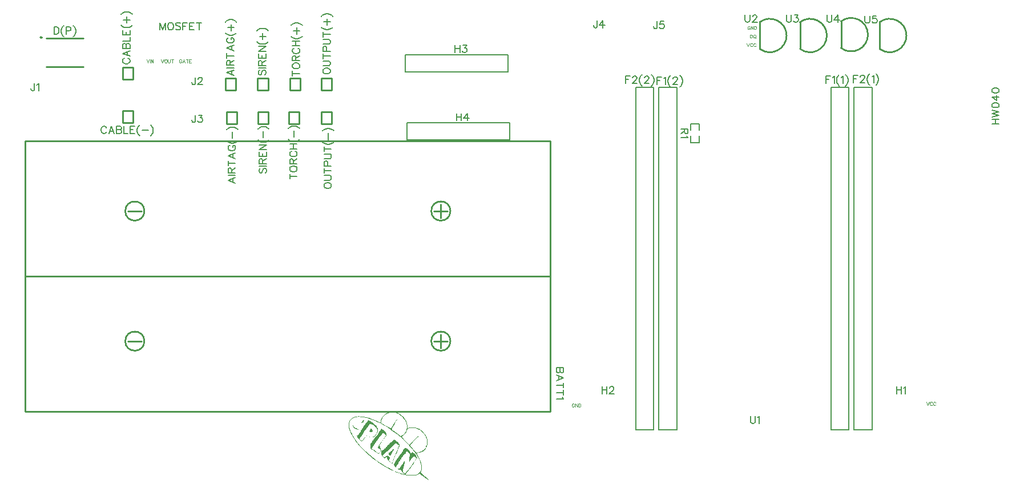
<source format=gto>
G04 Layer: TopSilkscreenLayer*
G04 EasyEDA v6.5.9, 2022-08-06 01:21:21*
G04 14fef34793594d2db1d7ff351c51599c,c09117847ad249c1abd8b20aa127d3a4,10*
G04 Gerber Generator version 0.2*
G04 Scale: 100 percent, Rotated: No, Reflected: No *
G04 Dimensions in millimeters *
G04 leading zeros omitted , absolute positions ,4 integer and 5 decimal *
%FSLAX45Y45*%
%MOMM*%

%ADD10C,0.1000*%
%ADD11C,0.1524*%
%ADD12C,0.2540*%
%ADD13C,0.2032*%
%ADD14C,0.2030*%
%ADD15C,0.0142*%

%LPD*%
G36*
X6498386Y1044905D02*
G01*
X6485483Y1044346D01*
X6473952Y1043228D01*
X6468872Y1042416D01*
X6458712Y1039876D01*
X6447840Y1036319D01*
X6437274Y1031900D01*
X6427012Y1026668D01*
X6421983Y1023772D01*
X6412179Y1017320D01*
X6402527Y1010005D01*
X6393180Y1001877D01*
X6383985Y992835D01*
X6375603Y983183D01*
X6367729Y972413D01*
X6364020Y966774D01*
X6357264Y955090D01*
X6351524Y943203D01*
X6349085Y937361D01*
X6345123Y925982D01*
X6343700Y920546D01*
X6342634Y915365D01*
X6341973Y910488D01*
X6341414Y901293D01*
X6340602Y897128D01*
X6339332Y893876D01*
X6337757Y892048D01*
X6335877Y891997D01*
X6332118Y892911D01*
X6326632Y894587D01*
X6311493Y900176D01*
X6292342Y908100D01*
X6260744Y921816D01*
X6233668Y932942D01*
X6207658Y942797D01*
X6195009Y947267D01*
X6170422Y955243D01*
X6158433Y958850D01*
X6140805Y963625D01*
X6117945Y969010D01*
X6106718Y971296D01*
X6095593Y973277D01*
X6073800Y976426D01*
X6052312Y978509D01*
X6036462Y979373D01*
X6025896Y979627D01*
X6012586Y979576D01*
X5997397Y979017D01*
X5983427Y977849D01*
X5970524Y976071D01*
X5958687Y973632D01*
X5953099Y972159D01*
X5942584Y968705D01*
X5937656Y966724D01*
X5928360Y962202D01*
X5919673Y956919D01*
X5911646Y950874D01*
X5907786Y947572D01*
X5899454Y939444D01*
X5892088Y930960D01*
X5888736Y926541D01*
X5882843Y917549D01*
X5880201Y912876D01*
X5875731Y903224D01*
X5872175Y893165D01*
X5870752Y887933D01*
X5868619Y877163D01*
X5867857Y871626D01*
X5867095Y860094D01*
X5867118Y853440D01*
X5877763Y853440D01*
X5878068Y866800D01*
X5879185Y879195D01*
X5881116Y890676D01*
X5882386Y896061D01*
X5883910Y901242D01*
X5885637Y906221D01*
X5887618Y910945D01*
X5889853Y915517D01*
X5892292Y919835D01*
X5894984Y924001D01*
X5897930Y927963D01*
X5904534Y935329D01*
X5912256Y941984D01*
X5916523Y945083D01*
X5921044Y947978D01*
X5931001Y953363D01*
X5936386Y955802D01*
X5948070Y960272D01*
X5960973Y964184D01*
X5975197Y967638D01*
X5990640Y970584D01*
X6001969Y972312D01*
X6009030Y972718D01*
X6017971Y972616D01*
X6029604Y972007D01*
X6044844Y970737D01*
X6080607Y967079D01*
X6089599Y965860D01*
X6098895Y964336D01*
X6118453Y960323D01*
X6139230Y955192D01*
X6161074Y948944D01*
X6183833Y941628D01*
X6207353Y933348D01*
X6231585Y924102D01*
X6256324Y913993D01*
X6281420Y903020D01*
X6307140Y891133D01*
X6347409Y891133D01*
X6347968Y896061D01*
X6350508Y908913D01*
X6352133Y915416D01*
X6354114Y921969D01*
X6356400Y928573D01*
X6358991Y935126D01*
X6364986Y948131D01*
X6371894Y960780D01*
X6379616Y972718D01*
X6383731Y978408D01*
X6387947Y983792D01*
X6392316Y988923D01*
X6396786Y993749D01*
X6401308Y998219D01*
X6405880Y1002284D01*
X6410553Y1005992D01*
X6415176Y1009243D01*
X6419850Y1012037D01*
X6432854Y1018844D01*
X6444843Y1024280D01*
X6450584Y1026566D01*
X6461963Y1030224D01*
X6473545Y1032865D01*
X6485788Y1034542D01*
X6499250Y1035354D01*
X6514338Y1035507D01*
X6531914Y1035050D01*
X6547357Y1034186D01*
X6553911Y1033576D01*
X6559854Y1032764D01*
X6565442Y1031748D01*
X6570725Y1030528D01*
X6575958Y1029004D01*
X6586677Y1024991D01*
X6598920Y1019505D01*
X6610400Y1013764D01*
X6621475Y1007567D01*
X6632092Y1000963D01*
X6642252Y993952D01*
X6651904Y986536D01*
X6661099Y978814D01*
X6669735Y970737D01*
X6677914Y962304D01*
X6685483Y953566D01*
X6692595Y944575D01*
X6699097Y935278D01*
X6705041Y925728D01*
X6710425Y915924D01*
X6715252Y905967D01*
X6719417Y895756D01*
X6723024Y885342D01*
X6725970Y874776D01*
X6728307Y864108D01*
X6729984Y853236D01*
X6731000Y842314D01*
X6731355Y831240D01*
X6731000Y820115D01*
X6730492Y813511D01*
X6729730Y807008D01*
X6728714Y800557D01*
X6725970Y787908D01*
X6722313Y775614D01*
X6717741Y763727D01*
X6715150Y757986D01*
X6709308Y746861D01*
X6702602Y736346D01*
X6698996Y731266D01*
X6691122Y721614D01*
X6682536Y712673D01*
X6673189Y704494D01*
X6668262Y700633D01*
X6657949Y693623D01*
X6641693Y683615D01*
X6575653Y735431D01*
X6551726Y753668D01*
X6523735Y774598D01*
X6515760Y781405D01*
X6510375Y786841D01*
X6508445Y790194D01*
X6509308Y792734D01*
X6515760Y805840D01*
X6527342Y827430D01*
X6542684Y854964D01*
X6575196Y912469D01*
X6586778Y933551D01*
X6593281Y945946D01*
X6594144Y948080D01*
X6593992Y949960D01*
X6593484Y951128D01*
X6592620Y951433D01*
X6591401Y950976D01*
X6589826Y949655D01*
X6585407Y944422D01*
X6579209Y935532D01*
X6571132Y922731D01*
X6561074Y905916D01*
X6548780Y884783D01*
X6497015Y794054D01*
X6466687Y812698D01*
X6419494Y840892D01*
X6379667Y864362D01*
X6359702Y876757D01*
X6355537Y879754D01*
X6352336Y882396D01*
X6350050Y884732D01*
X6348577Y886866D01*
X6347714Y889000D01*
X6347409Y891133D01*
X6307140Y891133D01*
X6332321Y878840D01*
X6364224Y862330D01*
X6389573Y848461D01*
X6408369Y837692D01*
X6439204Y819099D01*
X6471107Y798626D01*
X6490665Y785571D01*
X6516370Y767791D01*
X6541516Y749706D01*
X6566204Y731266D01*
X6590334Y712520D01*
X6613906Y693572D01*
X6632914Y677722D01*
X6656120Y677722D01*
X6656222Y679297D01*
X6656882Y680669D01*
X6659575Y683107D01*
X6666585Y687882D01*
X6676440Y695299D01*
X6685686Y703122D01*
X6694271Y711454D01*
X6702247Y720242D01*
X6709562Y729386D01*
X6716166Y738936D01*
X6722059Y748842D01*
X6727190Y759053D01*
X6731609Y769569D01*
X6735775Y781151D01*
X6737959Y786180D01*
X6740194Y790244D01*
X6742785Y793546D01*
X6745782Y796188D01*
X6749389Y798372D01*
X6753758Y800303D01*
X6759143Y802182D01*
X6765747Y803757D01*
X6774586Y805027D01*
X6785203Y805992D01*
X6797141Y806653D01*
X6809994Y806907D01*
X6823252Y806805D01*
X6849160Y805637D01*
X6855866Y804976D01*
X6861911Y804113D01*
X6867601Y802944D01*
X6873138Y801471D01*
X6878675Y799642D01*
X6884466Y797356D01*
X6897776Y791311D01*
X6911238Y784606D01*
X6922008Y778510D01*
X6932371Y771956D01*
X6942328Y764844D01*
X6951878Y757275D01*
X6960971Y749300D01*
X6969607Y740867D01*
X6977786Y732078D01*
X6985406Y722985D01*
X6992518Y713536D01*
X6999122Y703783D01*
X7005116Y693826D01*
X7010552Y683615D01*
X7015429Y673252D01*
X7019645Y662686D01*
X7023252Y652018D01*
X7026198Y641197D01*
X7028484Y630377D01*
X7030110Y619455D01*
X7030974Y608584D01*
X7031126Y597712D01*
X7030567Y586892D01*
X7030008Y581507D01*
X7028992Y575208D01*
X7027621Y568655D01*
X7025843Y561949D01*
X7023709Y555142D01*
X7021271Y548233D01*
X7015530Y534466D01*
X7008825Y521106D01*
X7001357Y508609D01*
X6997446Y502818D01*
X6993432Y497382D01*
X6989318Y492404D01*
X6985203Y487934D01*
X6981037Y484022D01*
X6976668Y480314D01*
X6967016Y473252D01*
X6956399Y466699D01*
X6945071Y460654D01*
X6933234Y455320D01*
X6921195Y450799D01*
X6909155Y447192D01*
X6897420Y444601D01*
X6867855Y440639D01*
X6848805Y467106D01*
X6835444Y484479D01*
X6819239Y504494D01*
X6801764Y525170D01*
X6791959Y537159D01*
X6784543Y546811D01*
X6780428Y553008D01*
X6779869Y554431D01*
X6780174Y555193D01*
X6782866Y558596D01*
X6795058Y572109D01*
X6814667Y592632D01*
X6871817Y650697D01*
X6892340Y672744D01*
X6900062Y681482D01*
X6905752Y688390D01*
X6909155Y693115D01*
X6909866Y694537D01*
X6909917Y695350D01*
X6909308Y695452D01*
X6907987Y694842D01*
X6903516Y691692D01*
X6896760Y686155D01*
X6877608Y668985D01*
X6865772Y657860D01*
X6839153Y631799D01*
X6771081Y563880D01*
X6683197Y646684D01*
X6670802Y658774D01*
X6662521Y667512D01*
X6659727Y670864D01*
X6657797Y673608D01*
X6656628Y675894D01*
X6656120Y677722D01*
X6632914Y677722D01*
X6653682Y659841D01*
X6680962Y635406D01*
X6696811Y620674D01*
X6722364Y595985D01*
X6746798Y571195D01*
X6770065Y546354D01*
X6792112Y521563D01*
X6808825Y501751D01*
X6828536Y477164D01*
X6843369Y457657D01*
X6863943Y428650D01*
X6873443Y414324D01*
X6888073Y390753D01*
X6893509Y381457D01*
X6901180Y367588D01*
X6908292Y353974D01*
X6916877Y336042D01*
X6924395Y318516D01*
X6930847Y301345D01*
X6936181Y284683D01*
X6939483Y272440D01*
X6942836Y256590D01*
X6945020Y241249D01*
X6945884Y230073D01*
X6945934Y215747D01*
X6945528Y208788D01*
X6944766Y201980D01*
X6943750Y195376D01*
X6942378Y188874D01*
X6940651Y182575D01*
X6938822Y177292D01*
X6936486Y172008D01*
X6933692Y166776D01*
X6930440Y161544D01*
X6926783Y156464D01*
X6922770Y151485D01*
X6918452Y146659D01*
X6913778Y142036D01*
X6908901Y137668D01*
X6903720Y133502D01*
X6898386Y129641D01*
X6892899Y126085D01*
X6887260Y122885D01*
X6881520Y120040D01*
X6875729Y117652D01*
X6869887Y115671D01*
X6860336Y113334D01*
X6849313Y111404D01*
X6837019Y109982D01*
X6823760Y109016D01*
X6809689Y108458D01*
X6795008Y108407D01*
X6780022Y108813D01*
X6764934Y109677D01*
X6749948Y110947D01*
X6735267Y112725D01*
X6721144Y114909D01*
X6707784Y117500D01*
X6682181Y123748D01*
X6661302Y129590D01*
X6640169Y136144D01*
X6613398Y145338D01*
X6591757Y153466D01*
X6564477Y164592D01*
X6542481Y174193D01*
X6514846Y187045D01*
X6492595Y198018D01*
X6470345Y209499D01*
X6453632Y218490D01*
X6425793Y234137D01*
X6403594Y247243D01*
X6381394Y260756D01*
X6364833Y271221D01*
X6331966Y292862D01*
X6310223Y307797D01*
X6283299Y326999D01*
X6256731Y346760D01*
X6235801Y362915D01*
X6204915Y387756D01*
X6184747Y404622D01*
X6164986Y421792D01*
X6145580Y439115D01*
X6126581Y456692D01*
X6103467Y478891D01*
X6085586Y496824D01*
X6063894Y519430D01*
X6047181Y537616D01*
X6031026Y555904D01*
X6011722Y578866D01*
X5996990Y597255D01*
X5982970Y615645D01*
X5969609Y633984D01*
X5957011Y652322D01*
X5945174Y670610D01*
X5934100Y688848D01*
X5928868Y697890D01*
X5916726Y720445D01*
X5903010Y748792D01*
X5896762Y762965D01*
X5891530Y776122D01*
X5887262Y788416D01*
X5883910Y800150D01*
X5881370Y811631D01*
X5879541Y823112D01*
X5878423Y834796D01*
X5877814Y847039D01*
X5877763Y853440D01*
X5867118Y853440D01*
X5867704Y841857D01*
X5869228Y828954D01*
X5870295Y822299D01*
X5873038Y808990D01*
X5875223Y799998D01*
X5877712Y790905D01*
X5880506Y781710D01*
X5883605Y772464D01*
X5887008Y763117D01*
X5894679Y744220D01*
X5903620Y724916D01*
X5908497Y715162D01*
X5919216Y695401D01*
X5931103Y675284D01*
X5944209Y654812D01*
X5958535Y634085D01*
X5974029Y612952D01*
X5990742Y591566D01*
X6008624Y569823D01*
X6027724Y547725D01*
X6047994Y525373D01*
X6069431Y502666D01*
X6098387Y473405D01*
X6127038Y445871D01*
X6146393Y427939D01*
X6175857Y401675D01*
X6205778Y376275D01*
X6236157Y351739D01*
X6256629Y335889D01*
X6277254Y320446D01*
X6297980Y305409D01*
X6318910Y290779D01*
X6339890Y276555D01*
X6371640Y256082D01*
X6392875Y242976D01*
X6414262Y230327D01*
X6441033Y215188D01*
X6473291Y198018D01*
X6489446Y189839D01*
X6510985Y179374D01*
X6537959Y166979D01*
X6559550Y157632D01*
X6593281Y144018D01*
X6621932Y133248D01*
X6648754Y124104D01*
X6673951Y116535D01*
X6686092Y113283D01*
X6697929Y110388D01*
X6709562Y107848D01*
X6721043Y105664D01*
X6732320Y103784D01*
X6754622Y100990D01*
X6765747Y100076D01*
X6776821Y99466D01*
X6787997Y99110D01*
X6810654Y99263D01*
X6825792Y99872D01*
X6841591Y100939D01*
X6848297Y101600D01*
X6859930Y103479D01*
X6865213Y104698D01*
X6875221Y107848D01*
X6885584Y112217D01*
X6918909Y128473D01*
X6979615Y86156D01*
X7014362Y62230D01*
X7038695Y45872D01*
X7054138Y36169D01*
X7059066Y33477D01*
X7062368Y32004D01*
X7064248Y31699D01*
X7064705Y31953D01*
X7064908Y32410D01*
X7064857Y33121D01*
X7064349Y34137D01*
X7061403Y37642D01*
X7056170Y42976D01*
X7048906Y49834D01*
X7029297Y67157D01*
X7004862Y87731D01*
X6933234Y145948D01*
X6943445Y166370D01*
X6946239Y172364D01*
X6948474Y178206D01*
X6950252Y184251D01*
X6951522Y190804D01*
X6952437Y198069D01*
X6952996Y206349D01*
X6953250Y216001D01*
X6953097Y232460D01*
X6952488Y242874D01*
X6951370Y253390D01*
X6949694Y264058D01*
X6947560Y274878D01*
X6944868Y285851D01*
X6941616Y297078D01*
X6937857Y308457D01*
X6933488Y320141D01*
X6928612Y332079D01*
X6923125Y344322D01*
X6917080Y356870D01*
X6910425Y369773D01*
X6903161Y383032D01*
X6876440Y429666D01*
X6912914Y438962D01*
X6926325Y442925D01*
X6938264Y447192D01*
X6949084Y451815D01*
X6958939Y457098D01*
X6968236Y463092D01*
X6977278Y470052D01*
X6986320Y478028D01*
X6995109Y486765D01*
X7002983Y495655D01*
X7010044Y504951D01*
X7016394Y514654D01*
X7021931Y524662D01*
X7026757Y534974D01*
X7030821Y545592D01*
X7034174Y556412D01*
X7036714Y567486D01*
X7038543Y578713D01*
X7039203Y584352D01*
X7039864Y595782D01*
X7039864Y607314D01*
X7039051Y618896D01*
X7037527Y630529D01*
X7035241Y642162D01*
X7032244Y653745D01*
X7028484Y665276D01*
X7024014Y676706D01*
X7018781Y687984D01*
X7012838Y699109D01*
X7006132Y710031D01*
X6998716Y720750D01*
X6990537Y731215D01*
X6981647Y741324D01*
X6972300Y751078D01*
X6962952Y760018D01*
X6953605Y768146D01*
X6944106Y775614D01*
X6934403Y782370D01*
X6924395Y788568D01*
X6914032Y794207D01*
X6903212Y799338D01*
X6891832Y804011D01*
X6879844Y808329D01*
X6867906Y812088D01*
X6857187Y814679D01*
X6851954Y815644D01*
X6841134Y816813D01*
X6828993Y817118D01*
X6814515Y816762D01*
X6797192Y815746D01*
X6780275Y814374D01*
X6765798Y812800D01*
X6755485Y811225D01*
X6746595Y809142D01*
X6743344Y810768D01*
X6742023Y816610D01*
X6741668Y833932D01*
X6740855Y845616D01*
X6739280Y857300D01*
X6736994Y868934D01*
X6733946Y880465D01*
X6730187Y891895D01*
X6725818Y903122D01*
X6720738Y914247D01*
X6715048Y925118D01*
X6708800Y935685D01*
X6701942Y946048D01*
X6694576Y956056D01*
X6686651Y965708D01*
X6678218Y974953D01*
X6669328Y983792D01*
X6660032Y992174D01*
X6650278Y1000099D01*
X6640118Y1007465D01*
X6629603Y1014272D01*
X6618731Y1020521D01*
X6607505Y1026109D01*
X6596024Y1031036D01*
X6590182Y1033271D01*
X6580022Y1036370D01*
X6568135Y1039012D01*
X6554978Y1041247D01*
X6540957Y1042974D01*
X6526580Y1044143D01*
X6512204Y1044803D01*
G37*
G36*
X6089599Y926642D02*
G01*
X6086856Y925525D01*
X6083452Y923086D01*
X6079286Y919327D01*
X6074308Y914146D01*
X6069177Y908303D01*
X6065062Y902868D01*
X6061964Y897890D01*
X6059830Y893419D01*
X6058712Y889457D01*
X6058662Y886104D01*
X6059678Y883412D01*
X6061811Y881430D01*
X6065164Y881227D01*
X6069787Y883564D01*
X6075070Y887831D01*
X6080607Y893419D01*
X6085738Y899820D01*
X6090056Y906373D01*
X6093053Y912571D01*
X6094120Y917803D01*
X6093866Y922019D01*
X6093053Y924864D01*
X6091631Y926439D01*
G37*
G36*
X6157671Y926592D02*
G01*
X6149035Y911453D01*
X6144615Y904595D01*
X6139078Y897128D01*
X6133084Y889965D01*
X6122060Y878535D01*
X6117285Y872642D01*
X6113576Y867105D01*
X6109360Y858062D01*
X6108011Y855827D01*
X6141923Y855827D01*
X6142024Y859434D01*
X6142685Y860602D01*
X6144056Y859434D01*
X6146495Y855827D01*
X6148324Y852525D01*
X6149797Y848715D01*
X6150762Y844905D01*
X6151118Y841552D01*
X6150965Y837996D01*
X6150356Y836777D01*
X6148984Y837996D01*
X6146495Y841552D01*
X6144717Y844905D01*
X6143244Y848715D01*
X6142278Y852525D01*
X6141923Y855827D01*
X6108011Y855827D01*
X6105956Y852424D01*
X6101638Y846480D01*
X6092545Y835761D01*
X6089446Y831138D01*
X6087872Y827532D01*
X6088075Y825398D01*
X6088735Y824280D01*
X6088481Y823366D01*
X6087313Y822756D01*
X6085382Y822502D01*
X6083249Y821944D01*
X6081471Y820419D01*
X6080302Y818134D01*
X6079439Y812596D01*
X6078372Y810310D01*
X6076746Y808786D01*
X6073089Y807821D01*
X6072124Y806805D01*
X6072057Y806145D01*
X6117945Y806145D01*
X6118301Y808786D01*
X6119368Y810514D01*
X6120841Y811174D01*
X6122720Y810615D01*
X6124549Y809091D01*
X6126073Y807212D01*
X6127089Y805129D01*
X6127445Y803198D01*
X6127089Y801420D01*
X6126073Y799998D01*
X6124549Y799033D01*
X6122720Y798677D01*
X6120841Y799287D01*
X6119368Y800862D01*
X6118301Y803249D01*
X6117945Y806145D01*
X6072057Y806145D01*
X6071971Y805281D01*
X6073444Y801624D01*
X6073292Y800100D01*
X6072327Y799084D01*
X6068669Y798169D01*
X6067044Y796645D01*
X6065977Y794461D01*
X6065062Y788822D01*
X6063742Y785774D01*
X6061760Y783082D01*
X6056426Y778408D01*
X6053124Y773938D01*
X6049873Y768299D01*
X6043879Y755599D01*
X6040018Y749046D01*
X6035802Y743153D01*
X6028283Y735177D01*
X6025388Y731418D01*
X6023406Y727913D01*
X6021933Y722579D01*
X6019901Y719378D01*
X6016904Y716076D01*
X6009487Y709777D01*
X6006439Y706170D01*
X6004407Y702614D01*
X6003137Y697026D01*
X6001664Y695502D01*
X5999429Y695045D01*
X5993739Y696366D01*
X5991453Y696163D01*
X5989929Y695248D01*
X5989370Y693572D01*
X5990183Y689203D01*
X5992418Y683310D01*
X5995771Y676351D01*
X5999937Y668883D01*
X6004610Y661416D01*
X6009487Y654405D01*
X6014313Y648411D01*
X6016874Y645820D01*
X6032246Y645820D01*
X6033617Y651002D01*
X6037376Y658672D01*
X6042964Y667867D01*
X6056731Y687222D01*
X6061151Y694791D01*
X6062827Y699973D01*
X6061710Y702360D01*
X6059525Y703478D01*
X6057696Y705154D01*
X6056477Y707136D01*
X6056020Y709218D01*
X6056477Y710895D01*
X6057798Y711352D01*
X6059932Y710590D01*
X6064097Y707745D01*
X6065520Y707390D01*
X6067145Y707644D01*
X6068923Y708507D01*
X6071006Y709980D01*
X6076035Y715162D01*
X6082538Y723646D01*
X6090920Y735888D01*
X6101486Y752246D01*
X6122111Y785622D01*
X6126683Y792530D01*
X6131102Y798220D01*
X6134811Y802030D01*
X6137402Y803452D01*
X6139078Y804011D01*
X6140450Y805535D01*
X6141415Y807821D01*
X6142126Y813358D01*
X6143142Y815644D01*
X6144666Y817168D01*
X6148374Y818134D01*
X6149898Y819251D01*
X6150914Y820877D01*
X6151270Y822858D01*
X6152388Y826465D01*
X6155436Y832510D01*
X6159957Y840130D01*
X6165443Y848563D01*
X6173368Y859231D01*
X6176721Y862787D01*
X6179870Y865378D01*
X6183122Y867054D01*
X6186627Y868019D01*
X6190589Y868426D01*
X6195212Y868324D01*
X6198870Y867867D01*
X6203188Y866800D01*
X6208014Y865174D01*
X6218580Y860653D01*
X6229451Y854760D01*
X6234633Y851458D01*
X6246571Y842924D01*
X6252057Y838657D01*
X6261912Y830071D01*
X6266383Y825804D01*
X6274206Y817219D01*
X6277610Y812850D01*
X6280658Y808532D01*
X6283401Y804164D01*
X6285788Y799744D01*
X6287820Y795324D01*
X6289548Y790905D01*
X6291935Y781862D01*
X6292596Y777290D01*
X6292951Y772718D01*
X6293002Y768045D01*
X6292037Y758596D01*
X6291021Y753821D01*
X6289700Y748944D01*
X6288074Y744016D01*
X6283756Y734009D01*
X6278118Y723747D01*
X6271158Y713130D01*
X6262878Y702259D01*
X6259372Y698296D01*
X6255410Y694385D01*
X6251041Y690524D01*
X6246368Y686866D01*
X6241491Y683412D01*
X6236512Y680262D01*
X6226606Y674928D01*
X6221831Y672947D01*
X6217412Y671423D01*
X6213297Y670458D01*
X6209639Y670153D01*
X6206845Y670458D01*
X6202883Y671322D01*
X6192266Y674522D01*
X6179261Y679297D01*
X6151575Y690880D01*
X6140145Y694740D01*
X6135573Y695909D01*
X6131915Y696468D01*
X6129274Y696468D01*
X6127800Y695858D01*
X6116675Y681329D01*
X6067145Y613410D01*
X6049670Y625297D01*
X6042914Y630580D01*
X6037376Y636219D01*
X6033617Y641502D01*
X6032246Y645820D01*
X6016874Y645820D01*
X6018733Y643940D01*
X6036614Y628853D01*
X6050838Y617626D01*
X6056376Y613562D01*
X6060795Y610616D01*
X6064046Y608838D01*
X6066078Y608228D01*
X6066942Y608584D01*
X6070092Y611327D01*
X6074918Y616661D01*
X6081268Y624332D01*
X6097828Y645769D01*
X6118352Y673811D01*
X6132322Y693470D01*
X6170472Y676402D01*
X6182055Y672084D01*
X6193028Y669036D01*
X6198260Y667969D01*
X6203391Y667258D01*
X6208369Y666851D01*
X6213246Y666750D01*
X6217970Y667004D01*
X6222542Y667562D01*
X6227064Y668426D01*
X6231432Y669645D01*
X6235700Y671220D01*
X6239865Y673100D01*
X6243929Y675284D01*
X6247942Y677875D01*
X6251803Y680770D01*
X6255613Y684022D01*
X6259372Y687578D01*
X6266637Y695807D01*
X6270193Y700430D01*
X6277152Y710793D01*
X6283858Y722528D01*
X6292240Y739241D01*
X6296152Y747776D01*
X6298996Y754938D01*
X6300876Y761288D01*
X6301892Y767181D01*
X6302197Y773074D01*
X6301892Y779475D01*
X6301079Y786790D01*
X6300317Y791718D01*
X6297930Y801522D01*
X6294424Y811276D01*
X6292291Y816152D01*
X6287211Y825855D01*
X6281115Y835456D01*
X6274003Y844905D01*
X6270091Y849630D01*
X6261557Y858875D01*
X6252057Y867918D01*
X6241694Y876757D01*
X6230416Y885342D01*
X6218224Y893673D01*
X6205270Y901700D01*
X6191453Y909421D01*
G37*
G36*
X5926683Y850493D02*
G01*
X5925769Y850036D01*
X5925616Y848512D01*
X5926226Y845921D01*
X5927648Y842213D01*
X5929934Y837437D01*
X5933084Y831545D01*
X5938316Y823264D01*
X5944362Y815289D01*
X5950508Y808482D01*
X5955995Y803757D01*
X5963310Y799236D01*
X5971540Y794867D01*
X5980226Y790905D01*
X5988812Y787552D01*
X5996635Y784961D01*
X6003290Y783386D01*
X6008116Y782980D01*
X6010554Y783996D01*
X6009436Y786434D01*
X6004458Y790092D01*
X5996482Y794461D01*
X5979160Y802030D01*
X5972860Y805180D01*
X5967222Y808482D01*
X5962142Y812038D01*
X5957468Y815898D01*
X5953150Y820216D01*
X5948984Y825042D01*
X5940552Y836472D01*
X5936640Y841400D01*
X5933236Y845312D01*
X5930442Y848106D01*
X5928207Y849833D01*
G37*
G36*
X6198870Y798576D02*
G01*
X6195110Y798220D01*
X6192113Y796594D01*
X6190132Y793699D01*
X6189370Y789584D01*
X6189065Y785876D01*
X6188202Y782675D01*
X6186932Y780186D01*
X6183579Y777290D01*
X6181648Y774242D01*
X6179870Y770128D01*
X6178397Y765352D01*
X6177483Y759206D01*
X6178550Y754634D01*
X6181953Y750976D01*
X6188100Y747522D01*
X6192824Y745693D01*
X6197396Y744778D01*
X6201664Y744626D01*
X6205677Y745236D01*
X6209334Y746556D01*
X6212636Y748487D01*
X6215481Y750976D01*
X6217869Y753973D01*
X6219799Y757377D01*
X6221120Y761187D01*
X6221882Y765251D01*
X6221984Y769620D01*
X6221425Y774141D01*
X6220155Y778764D01*
X6218123Y783437D01*
X6215278Y788111D01*
X6211519Y792480D01*
X6207353Y795731D01*
X6203035Y797763D01*
G37*
G36*
X6353149Y793953D02*
G01*
X6350609Y793191D01*
X6348069Y791260D01*
X6345834Y788314D01*
X6343446Y782929D01*
X6340043Y776782D01*
X6334506Y767994D01*
X6319062Y745286D01*
X6297744Y715975D01*
X6346494Y715975D01*
X6347460Y720496D01*
X6349746Y724001D01*
X6352590Y725678D01*
X6355334Y724814D01*
X6355842Y723392D01*
X6355384Y721410D01*
X6354165Y719074D01*
X6352133Y716737D01*
X6349847Y714756D01*
X6348069Y713943D01*
X6346901Y714349D01*
X6346494Y715975D01*
X6297744Y715975D01*
X6282277Y695909D01*
X6299250Y695909D01*
X6299352Y699211D01*
X6299860Y701497D01*
X6300673Y702564D01*
X6301790Y702157D01*
X6302705Y700582D01*
X6303060Y698296D01*
X6302908Y695706D01*
X6302146Y693064D01*
X6301079Y691083D01*
X6300216Y690981D01*
X6299606Y692607D01*
X6299250Y695909D01*
X6282277Y695909D01*
X6262674Y669442D01*
X6252514Y656742D01*
X6249365Y653338D01*
X6242761Y645566D01*
X6237478Y636371D01*
X6234531Y627888D01*
X6234785Y622198D01*
X6235598Y620420D01*
X6235700Y619099D01*
X6235090Y618286D01*
X6233769Y618185D01*
X6225235Y618845D01*
X6218732Y617728D01*
X6214973Y615086D01*
X6214516Y607517D01*
X6212332Y602183D01*
X6208471Y595934D01*
X6199835Y585571D01*
X6197202Y582015D01*
X6214110Y582015D01*
X6214211Y587095D01*
X6214668Y590397D01*
X6215380Y591616D01*
X6215737Y591159D01*
X6242151Y591159D01*
X6242202Y594461D01*
X6242710Y596747D01*
X6243523Y597814D01*
X6244640Y597408D01*
X6245555Y595782D01*
X6245846Y593953D01*
X6256020Y593953D01*
X6256223Y595782D01*
X6256680Y597306D01*
X6257340Y598322D01*
X6258153Y598678D01*
X6259169Y598322D01*
X6260490Y597306D01*
X6263182Y593953D01*
X6263944Y592074D01*
X6263792Y590550D01*
X6262827Y589534D01*
X6261100Y589178D01*
X6259118Y589534D01*
X6257544Y590550D01*
X6256426Y592074D01*
X6256020Y593953D01*
X6245846Y593953D01*
X6245758Y590956D01*
X6244996Y588264D01*
X6243929Y586333D01*
X6243066Y586232D01*
X6242456Y587857D01*
X6242151Y591159D01*
X6215737Y591159D01*
X6216294Y590448D01*
X6217056Y587502D01*
X6217361Y583844D01*
X6217158Y579882D01*
X6216497Y576173D01*
X6215634Y574040D01*
X6214872Y574395D01*
X6214364Y577138D01*
X6214110Y582015D01*
X6197202Y582015D01*
X6194552Y577748D01*
X6192621Y573684D01*
X6191199Y569315D01*
X6190782Y567334D01*
X6199276Y567334D01*
X6199378Y570687D01*
X6199835Y572973D01*
X6200698Y573989D01*
X6201765Y573582D01*
X6202680Y572008D01*
X6203086Y569722D01*
X6202883Y567131D01*
X6202172Y564489D01*
X6201105Y562559D01*
X6200241Y562406D01*
X6199581Y564032D01*
X6199276Y567334D01*
X6190782Y567334D01*
X6190183Y564489D01*
X6189624Y559206D01*
X6189472Y553212D01*
X6189675Y546455D01*
X6190234Y538835D01*
X6192469Y520395D01*
X6194298Y510540D01*
X6196122Y504951D01*
X6210655Y504951D01*
X6211316Y507441D01*
X6212687Y510793D01*
X6217412Y519531D01*
X6224320Y530047D01*
X6339230Y685698D01*
X6357924Y710285D01*
X6371945Y728014D01*
X6376568Y733501D01*
X6379362Y736396D01*
X6379972Y736803D01*
X6382715Y735634D01*
X6387744Y732434D01*
X6394348Y727710D01*
X6401816Y721969D01*
X6408877Y715822D01*
X6414465Y710133D01*
X6418021Y705408D01*
X6418986Y702411D01*
X6416294Y697382D01*
X6401054Y673354D01*
X6366967Y622198D01*
X6337858Y577646D01*
X6320637Y552602D01*
X6309817Y537464D01*
X6300317Y523189D01*
X6298895Y520446D01*
X6301282Y516229D01*
X6306870Y510590D01*
X6313220Y505612D01*
X6317945Y503478D01*
X6319672Y503935D01*
X6321399Y505206D01*
X6322923Y507085D01*
X6324752Y511098D01*
X6325158Y511251D01*
X6324955Y507339D01*
X6325362Y503428D01*
X6327394Y498601D01*
X6330696Y493572D01*
X6334963Y488848D01*
X6346139Y478332D01*
X6331254Y457555D01*
X6325108Y449478D01*
X6319469Y442874D01*
X6314897Y438454D01*
X6312052Y436778D01*
X6308801Y437286D01*
X6304737Y438708D01*
X6299860Y441045D01*
X6294221Y444296D01*
X6287973Y448360D01*
X6281064Y453288D01*
X6256070Y472897D01*
X6245961Y480161D01*
X6236563Y486460D01*
X6222847Y494233D01*
X6217361Y497738D01*
X6213195Y500938D01*
X6210808Y503428D01*
X6210655Y504951D01*
X6196122Y504951D01*
X6196736Y503072D01*
X6199682Y497992D01*
X6203188Y495503D01*
X6211265Y492506D01*
X6220256Y488238D01*
X6229858Y482854D01*
X6239916Y476402D01*
X6250330Y468985D01*
X6270345Y453288D01*
X6280454Y445770D01*
X6289954Y439166D01*
X6297625Y434289D01*
X6304838Y430022D01*
X6307632Y428701D01*
X6310071Y428040D01*
X6312357Y428193D01*
X6314694Y429259D01*
X6317234Y431342D01*
X6320180Y434593D01*
X6323736Y439064D01*
X6351879Y478637D01*
X6327038Y550621D01*
X6379972Y630326D01*
X6399733Y659587D01*
X6414363Y680618D01*
X6424015Y693724D01*
X6427063Y697433D01*
X6428994Y699312D01*
X6430264Y701852D01*
X6430213Y706526D01*
X6429095Y712774D01*
X6427012Y720242D01*
X6424117Y728319D01*
X6420561Y736600D01*
X6416548Y744575D01*
X6412179Y751840D01*
X6409283Y755497D01*
X6405321Y759663D01*
X6400495Y764133D01*
X6395008Y768807D01*
X6382918Y777951D01*
X6376771Y782218D01*
X6370828Y786028D01*
X6365290Y789279D01*
X6360312Y791768D01*
X6356248Y793343D01*
G37*
G36*
X6542531Y635812D02*
G01*
X6539534Y635203D01*
X6536893Y633425D01*
X6530695Y627024D01*
X6521348Y617829D01*
X6495900Y594207D01*
X6575094Y594207D01*
X6575653Y597814D01*
X6577177Y598424D01*
X6579311Y596188D01*
X6581648Y591312D01*
X6582460Y588568D01*
X6582359Y586841D01*
X6581444Y586232D01*
X6579819Y586841D01*
X6577990Y588314D01*
X6576466Y590194D01*
X6575450Y592226D01*
X6575094Y594207D01*
X6495900Y594207D01*
X6473936Y574903D01*
X6523786Y574903D01*
X6523990Y580694D01*
X6524447Y584200D01*
X6525158Y585165D01*
X6525971Y583234D01*
X6526682Y579323D01*
X6526885Y574903D01*
X6526682Y570433D01*
X6525971Y566572D01*
X6525158Y564642D01*
X6524447Y565556D01*
X6523990Y569061D01*
X6523786Y574903D01*
X6473936Y574903D01*
X6467094Y569112D01*
X6459270Y562914D01*
X6456781Y561187D01*
X6453835Y560070D01*
X6452514Y558647D01*
X6451600Y556564D01*
X6451295Y553974D01*
X6450628Y551078D01*
X6504431Y551078D01*
X6504584Y555244D01*
X6505092Y557733D01*
X6505854Y558393D01*
X6506819Y557022D01*
X6507581Y554228D01*
X6507784Y551078D01*
X6507581Y547928D01*
X6506819Y545134D01*
X6505854Y543763D01*
X6505092Y544423D01*
X6504584Y546912D01*
X6504431Y551078D01*
X6450628Y551078D01*
X6449161Y548487D01*
X6446824Y546150D01*
X6440881Y542544D01*
X6439154Y539496D01*
X6439104Y538632D01*
X6448145Y538632D01*
X6448298Y540156D01*
X6449263Y541172D01*
X6450990Y541528D01*
X6452971Y541172D01*
X6454546Y540156D01*
X6455664Y538632D01*
X6456019Y536803D01*
X6455867Y534924D01*
X6455410Y533450D01*
X6454749Y532384D01*
X6453936Y532028D01*
X6452870Y532384D01*
X6450228Y534924D01*
X6448907Y536803D01*
X6448145Y538632D01*
X6439104Y538632D01*
X6438900Y535025D01*
X6441084Y523443D01*
X6441135Y520090D01*
X6439966Y518922D01*
X6437630Y519734D01*
X6435699Y521462D01*
X6434582Y523595D01*
X6434378Y525881D01*
X6436156Y530606D01*
X6435039Y531164D01*
X6432143Y529945D01*
X6427774Y527202D01*
X6422288Y523138D01*
X6416040Y518007D01*
X6410663Y513283D01*
X6422694Y513283D01*
X6423101Y515010D01*
X6424117Y516432D01*
X6425641Y517398D01*
X6427470Y517753D01*
X6429298Y517143D01*
X6430822Y515569D01*
X6431038Y515061D01*
X6475069Y515061D01*
X6475577Y519988D01*
X6477050Y522173D01*
X6479235Y521563D01*
X6482029Y518058D01*
X6482689Y516128D01*
X6482537Y514045D01*
X6481572Y512165D01*
X6479946Y510641D01*
X6478066Y510082D01*
X6476492Y510692D01*
X6475476Y512419D01*
X6475069Y515061D01*
X6431038Y515061D01*
X6431838Y513181D01*
X6432245Y510336D01*
X6431838Y507695D01*
X6430822Y505917D01*
X6429298Y505256D01*
X6427470Y505815D01*
X6425641Y507339D01*
X6424117Y509219D01*
X6423101Y511301D01*
X6422694Y513283D01*
X6410663Y513283D01*
X6401792Y504748D01*
X6408978Y504748D01*
X6410045Y507441D01*
X6413195Y508203D01*
X6415024Y507187D01*
X6416446Y504393D01*
X6417360Y500227D01*
X6417556Y496316D01*
X6452209Y496316D01*
X6452311Y501396D01*
X6452768Y504698D01*
X6453479Y505866D01*
X6454394Y504748D01*
X6455156Y501802D01*
X6455410Y498144D01*
X6455257Y494182D01*
X6454597Y490474D01*
X6453733Y488289D01*
X6452971Y488696D01*
X6452463Y491439D01*
X6452209Y496316D01*
X6417556Y496316D01*
X6417310Y488492D01*
X6416649Y485800D01*
X6415379Y486918D01*
X6413195Y491540D01*
X6410045Y499668D01*
X6408978Y504748D01*
X6401792Y504748D01*
X6395974Y498348D01*
X6390944Y491642D01*
X6388154Y486409D01*
X6399276Y486409D01*
X6399377Y489712D01*
X6399834Y491998D01*
X6400698Y493064D01*
X6401765Y492658D01*
X6402679Y491032D01*
X6403086Y488797D01*
X6402882Y486156D01*
X6402171Y483514D01*
X6401104Y481584D01*
X6400241Y481431D01*
X6399580Y483057D01*
X6399276Y486409D01*
X6388100Y486308D01*
X6387846Y483006D01*
X6388608Y481380D01*
X6388506Y480517D01*
X6387592Y480415D01*
X6385864Y481228D01*
X6383477Y481838D01*
X6380581Y481279D01*
X6377635Y479602D01*
X6372047Y474319D01*
X6368948Y472490D01*
X6365849Y471576D01*
X6360668Y472185D01*
X6358280Y471220D01*
X6356197Y469138D01*
X6355165Y467359D01*
X6380226Y467359D01*
X6380327Y470662D01*
X6380784Y472948D01*
X6381648Y474014D01*
X6382715Y473608D01*
X6383629Y471982D01*
X6383971Y470103D01*
X6428232Y470103D01*
X6428435Y474268D01*
X6428943Y476808D01*
X6429705Y477469D01*
X6430619Y476097D01*
X6431381Y473303D01*
X6431635Y470103D01*
X6431381Y466953D01*
X6430619Y464159D01*
X6429705Y462788D01*
X6428943Y463448D01*
X6428435Y465988D01*
X6428232Y470103D01*
X6383971Y470103D01*
X6383832Y467106D01*
X6383121Y464464D01*
X6382054Y462534D01*
X6381191Y462381D01*
X6380581Y464007D01*
X6380226Y467359D01*
X6355165Y467359D01*
X6354368Y465988D01*
X6352844Y461924D01*
X6351676Y457149D01*
X6350812Y451662D01*
X6350355Y445719D01*
X6350254Y439369D01*
X6350660Y432765D01*
X6351473Y426059D01*
X6352743Y419303D01*
X6354572Y412089D01*
X6356502Y405993D01*
X6358788Y400710D01*
X6360080Y398526D01*
X6370320Y398526D01*
X6371488Y401015D01*
X6374688Y404774D01*
X6379464Y409194D01*
X6386728Y414985D01*
X6397244Y424383D01*
X6414008Y440232D01*
X6435445Y460959D01*
X6459880Y485038D01*
X6485788Y510946D01*
X6510578Y535330D01*
X6532524Y556158D01*
X6550050Y572109D01*
X6556705Y577850D01*
X6561785Y581812D01*
X6564985Y583895D01*
X6565849Y584200D01*
X6569506Y583590D01*
X6573926Y581761D01*
X6578549Y578967D01*
X6587388Y571652D01*
X6592722Y567588D01*
X6598158Y563829D01*
X6606794Y558596D01*
X6608267Y557276D01*
X6609486Y555752D01*
X6610350Y553974D01*
X6610908Y551840D01*
X6611112Y549249D01*
X6610959Y546150D01*
X6610451Y542493D01*
X6609537Y538175D01*
X6606387Y527253D01*
X6601459Y512826D01*
X6594602Y494233D01*
X6574383Y442315D01*
X6557009Y398373D01*
X6539534Y355041D01*
X6528663Y328980D01*
X6520332Y309880D01*
X6514236Y297281D01*
X6512001Y293217D01*
X6510223Y290626D01*
X6508902Y289306D01*
X6508394Y289153D01*
X6505448Y290576D01*
X6500063Y294436D01*
X6493002Y300075D01*
X6484975Y307035D01*
X6465112Y324866D01*
X6475780Y355854D01*
X6477609Y361746D01*
X6478625Y366217D01*
X6478778Y369620D01*
X6477965Y372313D01*
X6476238Y374751D01*
X6473545Y377190D01*
X6460439Y387045D01*
X6452870Y392125D01*
X6446672Y395325D01*
X6441440Y396697D01*
X6436664Y396392D01*
X6431991Y394309D01*
X6427012Y390601D01*
X6414770Y379374D01*
X6408826Y374548D01*
X6404000Y371297D01*
X6401003Y370128D01*
X6398006Y371144D01*
X6393688Y373786D01*
X6388709Y377647D01*
X6383426Y382270D01*
X6378448Y387146D01*
X6374282Y391769D01*
X6371386Y395732D01*
X6370320Y398526D01*
X6360080Y398526D01*
X6361582Y395986D01*
X6365036Y391515D01*
X6369405Y387096D01*
X6374790Y382371D01*
X6404508Y359511D01*
X6423863Y377901D01*
X6432092Y385368D01*
X6437426Y389331D01*
X6439916Y389839D01*
X6439509Y386791D01*
X6436868Y379374D01*
X6435090Y373176D01*
X6434226Y367842D01*
X6434378Y362915D01*
X6435598Y358038D01*
X6437884Y352856D01*
X6441287Y346964D01*
X6445961Y340004D01*
X6452209Y332028D01*
X6460744Y322630D01*
X6470650Y312623D01*
X6481216Y302768D01*
X6491478Y293776D01*
X6500723Y286410D01*
X6508038Y281482D01*
X6510731Y280111D01*
X6512610Y279654D01*
X6513271Y279908D01*
X6515150Y282244D01*
X6517894Y287274D01*
X6521653Y295402D01*
X6533134Y322783D01*
X6567881Y410260D01*
X6578549Y436270D01*
X6585203Y451815D01*
X6614363Y523900D01*
X6619240Y535381D01*
X6622084Y541528D01*
X6622897Y546252D01*
X6621932Y553415D01*
X6619290Y562559D01*
X6615023Y573328D01*
X6611772Y580237D01*
X6608419Y586333D01*
X6604711Y591870D01*
X6600596Y596950D01*
X6595770Y601878D01*
X6590131Y606755D01*
X6583476Y611886D01*
X6565239Y624382D01*
X6557162Y629564D01*
X6550914Y633120D01*
X6546189Y635152D01*
G37*
G36*
X6713372Y512114D02*
G01*
X6708749Y511962D01*
X6704380Y510387D01*
X6699910Y507492D01*
X6695033Y503275D01*
X6690969Y499109D01*
X6687667Y494995D01*
X6685432Y491337D01*
X6684314Y487019D01*
X6683451Y486003D01*
X6682181Y485749D01*
X6679082Y486816D01*
X6677812Y486359D01*
X6676948Y485038D01*
X6675932Y479907D01*
X6674053Y475386D01*
X6671157Y469747D01*
X6663080Y456234D01*
X6653225Y441655D01*
X6643217Y428345D01*
X6638645Y422859D01*
X6634581Y418541D01*
X6631228Y415645D01*
X6627368Y412750D01*
X6624777Y410413D01*
X6623659Y408787D01*
X6624269Y408228D01*
X6624726Y406958D01*
X6623303Y403555D01*
X6620256Y398475D01*
X6611112Y385876D01*
X6607251Y380187D01*
X6604609Y375818D01*
X6603034Y371856D01*
X6598361Y363931D01*
X6582731Y339902D01*
X6591300Y339902D01*
X6591960Y341884D01*
X6594754Y345389D01*
X6596938Y345998D01*
X6598412Y343814D01*
X6598920Y338886D01*
X6598513Y336245D01*
X6597497Y334518D01*
X6595922Y333908D01*
X6594043Y334467D01*
X6592417Y335991D01*
X6591452Y337870D01*
X6591300Y339902D01*
X6582731Y339902D01*
X6564528Y312724D01*
X6557111Y300939D01*
X6550863Y290271D01*
X6545986Y281279D01*
X6542887Y274421D01*
X6542024Y272034D01*
X6541770Y270306D01*
X6542430Y264261D01*
X6544259Y257403D01*
X6547053Y250190D01*
X6550507Y243078D01*
X6554419Y236524D01*
X6557297Y232664D01*
X6570319Y232664D01*
X6570725Y234289D01*
X6571843Y236118D01*
X6573469Y237896D01*
X6575450Y239420D01*
X6577279Y241655D01*
X6578295Y245313D01*
X6578447Y249986D01*
X6577736Y255168D01*
X6576822Y259943D01*
X6576720Y262686D01*
X6577380Y263296D01*
X6580987Y259638D01*
X6583476Y259232D01*
X6586372Y260553D01*
X6589725Y263601D01*
X6593535Y268427D01*
X6597853Y275031D01*
X6602679Y283464D01*
X6612991Y302666D01*
X6618325Y311099D01*
X6623507Y318109D01*
X6627825Y322834D01*
X6631127Y326034D01*
X6633464Y329031D01*
X6634632Y331470D01*
X6634022Y334416D01*
X6634835Y336499D01*
X6636613Y338937D01*
X6642100Y344322D01*
X6644386Y347675D01*
X6645960Y351129D01*
X6647078Y357022D01*
X6648602Y359714D01*
X6650888Y362051D01*
X6656425Y365252D01*
X6658711Y367588D01*
X6660235Y370382D01*
X6660794Y373227D01*
X6662420Y377545D01*
X6666738Y384251D01*
X6673189Y392379D01*
X6694728Y416102D01*
X6704025Y426974D01*
X6712051Y437032D01*
X6725716Y454964D01*
X6729272Y459079D01*
X6731101Y460603D01*
X6733641Y459028D01*
X6739331Y454761D01*
X6756552Y440690D01*
X6766864Y431342D01*
X6773722Y423773D01*
X6777126Y417779D01*
X6777228Y413308D01*
X6775907Y408533D01*
X6774484Y401015D01*
X6773113Y391871D01*
X6769912Y364337D01*
X6764020Y323951D01*
X6763410Y316484D01*
X6763308Y310184D01*
X6763664Y305409D01*
X6764477Y302463D01*
X6765645Y301599D01*
X6767220Y303072D01*
X6770319Y309880D01*
X6775602Y318363D01*
X6783628Y329895D01*
X6793382Y343052D01*
X6803694Y356463D01*
X6813499Y368655D01*
X6821678Y378206D01*
X6824776Y381508D01*
X6827113Y383641D01*
X6828434Y384403D01*
X6831279Y383641D01*
X6843471Y378561D01*
X6858965Y371246D01*
X6871309Y364744D01*
X6874357Y362762D01*
X6874306Y362102D01*
X6872579Y358444D01*
X6863283Y343255D01*
X6848246Y320446D01*
X6829806Y293420D01*
X6810349Y265582D01*
X6792163Y240385D01*
X6777634Y221234D01*
X6764781Y205333D01*
X6749592Y185877D01*
X6735419Y167081D01*
X6710121Y132537D01*
X6707682Y132638D01*
X6702806Y135026D01*
X6696354Y139039D01*
X6689242Y144119D01*
X6682231Y149606D01*
X6676186Y154838D01*
X6671919Y159207D01*
X6670344Y162153D01*
X6670852Y166370D01*
X6674510Y184404D01*
X6682231Y218592D01*
X6689445Y253390D01*
X6695541Y285292D01*
X6697624Y297383D01*
X6698894Y307492D01*
X6698742Y309778D01*
X6698335Y311404D01*
X6697624Y312369D01*
X6696608Y312724D01*
X6695287Y312318D01*
X6693560Y311251D01*
X6691477Y309473D01*
X6686194Y303580D01*
X6679133Y294538D01*
X6670294Y282143D01*
X6630263Y222605D01*
X6615074Y199593D01*
X6612737Y200152D01*
X6607454Y203149D01*
X6600240Y207975D01*
X6592163Y213766D01*
X6584086Y219913D01*
X6577126Y225602D01*
X6572199Y230073D01*
X6570319Y232664D01*
X6557297Y232664D01*
X6558584Y230936D01*
X6562699Y226821D01*
X6566509Y224586D01*
X6571691Y222148D01*
X6579209Y217678D01*
X6588150Y211683D01*
X6609588Y195986D01*
X6617004Y191922D01*
X6621678Y192176D01*
X6627317Y198221D01*
X6629044Y199440D01*
X6630873Y199542D01*
X6632956Y198374D01*
X6635394Y195783D01*
X6638391Y191668D01*
X6649618Y173888D01*
X6652971Y169214D01*
X6656730Y164490D01*
X6665264Y155041D01*
X6674561Y145897D01*
X6684060Y137617D01*
X6693204Y130708D01*
X6701485Y125628D01*
X6705092Y123952D01*
X6708241Y122935D01*
X6710883Y122580D01*
X6713931Y124510D01*
X6718808Y129692D01*
X6724802Y137363D01*
X6739940Y159308D01*
X6756400Y181813D01*
X6788505Y223570D01*
X6802221Y242062D01*
X6817106Y262585D01*
X6831939Y283616D01*
X6845553Y303479D01*
X6884974Y362661D01*
X6872681Y395173D01*
X6870090Y400812D01*
X6867347Y405993D01*
X6864502Y410616D01*
X6861556Y414680D01*
X6858508Y418185D01*
X6855459Y421081D01*
X6852310Y423316D01*
X6838746Y431901D01*
X6809181Y451510D01*
X6795414Y436981D01*
X6791959Y434035D01*
X6789369Y432409D01*
X6788048Y432358D01*
X6783831Y440893D01*
X6772605Y464921D01*
X6769353Y470662D01*
X6765848Y475894D01*
X6762038Y480720D01*
X6757771Y485241D01*
X6752996Y489508D01*
X6747662Y493674D01*
X6741617Y497840D01*
X6732422Y503732D01*
X6724853Y508000D01*
X6718655Y510793D01*
G37*
G36*
X6531356Y495249D02*
G01*
X6528003Y494182D01*
X6524040Y490931D01*
X6516979Y482447D01*
X6509867Y475183D01*
X6500672Y467156D01*
X6490563Y459232D01*
X6478574Y450697D01*
X6472682Y446125D01*
X6467805Y441807D01*
X6463995Y437743D01*
X6461252Y433933D01*
X6459474Y430276D01*
X6458661Y426720D01*
X6458864Y423265D01*
X6460032Y419862D01*
X6462166Y416458D01*
X6465214Y413004D01*
X6469176Y409448D01*
X6474612Y405282D01*
X6479794Y401878D01*
X6484112Y399592D01*
X6487007Y398729D01*
X6488277Y399491D01*
X6490106Y401624D01*
X6492443Y405028D01*
X6498132Y415035D01*
X6504685Y428193D01*
X6511442Y443179D01*
X6518351Y457657D01*
X6524701Y469900D01*
X6529730Y478485D01*
X6534302Y484885D01*
X6535674Y488442D01*
X6535572Y491490D01*
X6533997Y494080D01*
G37*
D10*
X2870200Y6273454D02*
G01*
X2888381Y6225727D01*
X2906562Y6273454D02*
G01*
X2888381Y6225727D01*
X2921563Y6273454D02*
G01*
X2921563Y6225727D01*
X2936562Y6273454D02*
G01*
X2936562Y6225727D01*
X2936562Y6273454D02*
G01*
X2968381Y6225727D01*
X2968381Y6273454D02*
G01*
X2968381Y6225727D01*
X3086100Y6273545D02*
G01*
X3104388Y6225794D01*
X3122422Y6273545D02*
G01*
X3104388Y6225794D01*
X3151124Y6273545D02*
G01*
X3146552Y6271260D01*
X3141979Y6266687D01*
X3139693Y6262115D01*
X3137408Y6255257D01*
X3137408Y6243828D01*
X3139693Y6236970D01*
X3141979Y6232652D01*
X3146552Y6228079D01*
X3151124Y6225794D01*
X3160268Y6225794D01*
X3164840Y6228079D01*
X3169158Y6232652D01*
X3171443Y6236970D01*
X3173729Y6243828D01*
X3173729Y6255257D01*
X3171443Y6262115D01*
X3169158Y6266687D01*
X3164840Y6271260D01*
X3160268Y6273545D01*
X3151124Y6273545D01*
X3188715Y6273545D02*
G01*
X3188715Y6239255D01*
X3191002Y6232652D01*
X3195574Y6228079D01*
X3202431Y6225794D01*
X3207004Y6225794D01*
X3213861Y6228079D01*
X3218434Y6232652D01*
X3220720Y6239255D01*
X3220720Y6273545D01*
X3251454Y6273545D02*
G01*
X3251454Y6225794D01*
X3235706Y6273545D02*
G01*
X3267456Y6273545D01*
X3386836Y6262115D02*
G01*
X3384550Y6266687D01*
X3379977Y6271260D01*
X3375406Y6273545D01*
X3366515Y6273545D01*
X3361943Y6271260D01*
X3357372Y6266687D01*
X3355086Y6262115D01*
X3352800Y6255257D01*
X3352800Y6243828D01*
X3355086Y6236970D01*
X3357372Y6232652D01*
X3361943Y6228079D01*
X3366515Y6225794D01*
X3375406Y6225794D01*
X3379977Y6228079D01*
X3384550Y6232652D01*
X3386836Y6236970D01*
X3386836Y6243828D01*
X3375406Y6243828D02*
G01*
X3386836Y6243828D01*
X3420109Y6273545D02*
G01*
X3401822Y6225794D01*
X3420109Y6273545D02*
G01*
X3438143Y6225794D01*
X3408679Y6241542D02*
G01*
X3431540Y6241542D01*
X3469131Y6273545D02*
G01*
X3469131Y6225794D01*
X3453129Y6273545D02*
G01*
X3485134Y6273545D01*
X3500120Y6273545D02*
G01*
X3500120Y6225794D01*
X3500120Y6273545D02*
G01*
X3529584Y6273545D01*
X3500120Y6250686D02*
G01*
X3518154Y6250686D01*
X3500120Y6225794D02*
G01*
X3529584Y6225794D01*
X11823700Y6641845D02*
G01*
X11823700Y6594094D01*
X11823700Y6641845D02*
G01*
X11839702Y6641845D01*
X11846306Y6639560D01*
X11850877Y6634987D01*
X11853163Y6630415D01*
X11855450Y6623558D01*
X11855450Y6612128D01*
X11853163Y6605270D01*
X11850877Y6600952D01*
X11846306Y6596379D01*
X11839702Y6594094D01*
X11823700Y6594094D01*
X11884152Y6641845D02*
G01*
X11879579Y6639560D01*
X11875008Y6634987D01*
X11872722Y6630415D01*
X11870436Y6623558D01*
X11870436Y6612128D01*
X11872722Y6605270D01*
X11875008Y6600952D01*
X11879579Y6596379D01*
X11884152Y6594094D01*
X11893295Y6594094D01*
X11897868Y6596379D01*
X11902440Y6600952D01*
X11904725Y6605270D01*
X11906758Y6612128D01*
X11906758Y6623558D01*
X11904725Y6630415D01*
X11902440Y6634987D01*
X11897868Y6639560D01*
X11893295Y6641845D01*
X11884152Y6641845D01*
X11891009Y6603237D02*
G01*
X11904725Y6589521D01*
X11819636Y6757415D02*
G01*
X11817350Y6761987D01*
X11812777Y6766560D01*
X11808206Y6768845D01*
X11799315Y6768845D01*
X11794743Y6766560D01*
X11790172Y6761987D01*
X11787886Y6757415D01*
X11785600Y6750558D01*
X11785600Y6739128D01*
X11787886Y6732270D01*
X11790172Y6727952D01*
X11794743Y6723379D01*
X11799315Y6721094D01*
X11808206Y6721094D01*
X11812777Y6723379D01*
X11817350Y6727952D01*
X11819636Y6732270D01*
X11819636Y6739128D01*
X11808206Y6739128D02*
G01*
X11819636Y6739128D01*
X11834622Y6768845D02*
G01*
X11834622Y6721094D01*
X11834622Y6768845D02*
G01*
X11866625Y6721094D01*
X11866625Y6768845D02*
G01*
X11866625Y6721094D01*
X11881611Y6768845D02*
G01*
X11881611Y6721094D01*
X11881611Y6768845D02*
G01*
X11897359Y6768845D01*
X11904218Y6766560D01*
X11908790Y6761987D01*
X11911075Y6757415D01*
X11913361Y6750558D01*
X11913361Y6739128D01*
X11911075Y6732270D01*
X11908790Y6727952D01*
X11904218Y6723379D01*
X11897359Y6721094D01*
X11881611Y6721094D01*
X11772900Y6514845D02*
G01*
X11791188Y6467094D01*
X11809222Y6514845D02*
G01*
X11791188Y6467094D01*
X11858243Y6503415D02*
G01*
X11855958Y6507987D01*
X11851640Y6512560D01*
X11847068Y6514845D01*
X11837924Y6514845D01*
X11833352Y6512560D01*
X11828779Y6507987D01*
X11826493Y6503415D01*
X11824208Y6496557D01*
X11824208Y6485128D01*
X11826493Y6478270D01*
X11828779Y6473952D01*
X11833352Y6469379D01*
X11837924Y6467094D01*
X11847068Y6467094D01*
X11851640Y6469379D01*
X11855958Y6473952D01*
X11858243Y6478270D01*
X11907520Y6503415D02*
G01*
X11905234Y6507987D01*
X11900661Y6512560D01*
X11896090Y6514845D01*
X11886945Y6514845D01*
X11882374Y6512560D01*
X11877802Y6507987D01*
X11875515Y6503415D01*
X11873229Y6496557D01*
X11873229Y6485128D01*
X11875515Y6478270D01*
X11877802Y6473952D01*
X11882374Y6469379D01*
X11886945Y6467094D01*
X11896090Y6467094D01*
X11900661Y6469379D01*
X11905234Y6473952D01*
X11907520Y6478270D01*
X14439900Y1193545D02*
G01*
X14458188Y1145794D01*
X14476222Y1193545D02*
G01*
X14458188Y1145794D01*
X14525243Y1182115D02*
G01*
X14522958Y1186687D01*
X14518640Y1191260D01*
X14514068Y1193545D01*
X14504924Y1193545D01*
X14500352Y1191260D01*
X14495779Y1186687D01*
X14493493Y1182115D01*
X14491208Y1175257D01*
X14491208Y1163828D01*
X14493493Y1156970D01*
X14495779Y1152652D01*
X14500352Y1148079D01*
X14504924Y1145794D01*
X14514068Y1145794D01*
X14518640Y1148079D01*
X14522958Y1152652D01*
X14525243Y1156970D01*
X14574520Y1182115D02*
G01*
X14572234Y1186687D01*
X14567661Y1191260D01*
X14563090Y1193545D01*
X14553945Y1193545D01*
X14549374Y1191260D01*
X14544802Y1186687D01*
X14542516Y1182115D01*
X14540229Y1175257D01*
X14540229Y1163828D01*
X14542516Y1156970D01*
X14544802Y1152652D01*
X14549374Y1148079D01*
X14553945Y1145794D01*
X14563090Y1145794D01*
X14567661Y1148079D01*
X14572234Y1152652D01*
X14574520Y1156970D01*
X9216136Y1156715D02*
G01*
X9213850Y1161287D01*
X9209277Y1165860D01*
X9204706Y1168145D01*
X9195815Y1168145D01*
X9191243Y1165860D01*
X9186672Y1161287D01*
X9184386Y1156715D01*
X9182100Y1149857D01*
X9182100Y1138428D01*
X9184386Y1131570D01*
X9186672Y1127252D01*
X9191243Y1122679D01*
X9195815Y1120394D01*
X9204706Y1120394D01*
X9209277Y1122679D01*
X9213850Y1127252D01*
X9216136Y1131570D01*
X9216136Y1138428D01*
X9204706Y1138428D02*
G01*
X9216136Y1138428D01*
X9231122Y1168145D02*
G01*
X9231122Y1120394D01*
X9231122Y1168145D02*
G01*
X9263125Y1120394D01*
X9263125Y1168145D02*
G01*
X9263125Y1120394D01*
X9278111Y1168145D02*
G01*
X9278111Y1120394D01*
X9278111Y1168145D02*
G01*
X9293859Y1168145D01*
X9300718Y1165860D01*
X9305290Y1161287D01*
X9307575Y1156715D01*
X9309861Y1149857D01*
X9309861Y1138428D01*
X9307575Y1131570D01*
X9305290Y1127252D01*
X9300718Y1122679D01*
X9293859Y1120394D01*
X9278111Y1120394D01*
D11*
X4059021Y6076873D02*
G01*
X4167987Y6035217D01*
X4059021Y6076873D02*
G01*
X4167987Y6118275D01*
X4131665Y6050711D02*
G01*
X4131665Y6102781D01*
X4059021Y6152565D02*
G01*
X4167987Y6152565D01*
X4059021Y6186855D02*
G01*
X4167987Y6186855D01*
X4059021Y6186855D02*
G01*
X4059021Y6233591D01*
X4064101Y6249339D01*
X4069435Y6254419D01*
X4079849Y6259753D01*
X4090263Y6259753D01*
X4100677Y6254419D01*
X4105757Y6249339D01*
X4110837Y6233591D01*
X4110837Y6186855D01*
X4110837Y6223177D02*
G01*
X4167987Y6259753D01*
X4059021Y6330365D02*
G01*
X4167987Y6330365D01*
X4059021Y6294043D02*
G01*
X4059021Y6366687D01*
X4059021Y6442633D02*
G01*
X4167987Y6400977D01*
X4059021Y6442633D02*
G01*
X4167987Y6484035D01*
X4131665Y6416471D02*
G01*
X4131665Y6468541D01*
X4084929Y6596303D02*
G01*
X4074515Y6591223D01*
X4064101Y6580809D01*
X4059021Y6570395D01*
X4059021Y6549567D01*
X4064101Y6539153D01*
X4074515Y6528739D01*
X4084929Y6523659D01*
X4100677Y6518325D01*
X4126585Y6518325D01*
X4142079Y6523659D01*
X4152493Y6528739D01*
X4162907Y6539153D01*
X4167987Y6549567D01*
X4167987Y6570395D01*
X4162907Y6580809D01*
X4152493Y6591223D01*
X4142079Y6596303D01*
X4126585Y6596303D01*
X4126585Y6570395D02*
G01*
X4126585Y6596303D01*
X4038193Y6666915D02*
G01*
X4048607Y6656501D01*
X4064101Y6646087D01*
X4084929Y6635927D01*
X4110837Y6630593D01*
X4131665Y6630593D01*
X4157827Y6635927D01*
X4178401Y6646087D01*
X4194149Y6656501D01*
X4204563Y6666915D01*
X4074515Y6747941D02*
G01*
X4167987Y6747941D01*
X4121251Y6701205D02*
G01*
X4121251Y6794677D01*
X4038193Y6828967D02*
G01*
X4048607Y6839381D01*
X4064101Y6849795D01*
X4084929Y6860209D01*
X4110837Y6865543D01*
X4131665Y6865543D01*
X4157827Y6860209D01*
X4178401Y6849795D01*
X4194149Y6839381D01*
X4204563Y6828967D01*
X4079138Y4480382D02*
G01*
X4188104Y4438726D01*
X4079138Y4480382D02*
G01*
X4188104Y4521784D01*
X4151782Y4454220D02*
G01*
X4151782Y4506290D01*
X4079138Y4556074D02*
G01*
X4188104Y4556074D01*
X4079138Y4590364D02*
G01*
X4188104Y4590364D01*
X4079138Y4590364D02*
G01*
X4079138Y4637100D01*
X4084218Y4652848D01*
X4089552Y4657928D01*
X4099966Y4663262D01*
X4110380Y4663262D01*
X4120794Y4657928D01*
X4125874Y4652848D01*
X4130954Y4637100D01*
X4130954Y4590364D01*
X4130954Y4626686D02*
G01*
X4188104Y4663262D01*
X4079138Y4733874D02*
G01*
X4188104Y4733874D01*
X4079138Y4697552D02*
G01*
X4079138Y4770196D01*
X4079138Y4846142D02*
G01*
X4188104Y4804486D01*
X4079138Y4846142D02*
G01*
X4188104Y4887544D01*
X4151782Y4819980D02*
G01*
X4151782Y4872050D01*
X4105046Y4999812D02*
G01*
X4094632Y4994732D01*
X4084218Y4984318D01*
X4079138Y4973904D01*
X4079138Y4953076D01*
X4084218Y4942662D01*
X4094632Y4932248D01*
X4105046Y4927168D01*
X4120794Y4921834D01*
X4146702Y4921834D01*
X4162196Y4927168D01*
X4172610Y4932248D01*
X4183024Y4942662D01*
X4188104Y4953076D01*
X4188104Y4973904D01*
X4183024Y4984318D01*
X4172610Y4994732D01*
X4162196Y4999812D01*
X4146702Y4999812D01*
X4146702Y4973904D02*
G01*
X4146702Y4999812D01*
X4058310Y5070424D02*
G01*
X4068724Y5060010D01*
X4084218Y5049596D01*
X4105046Y5039436D01*
X4130954Y5034102D01*
X4151782Y5034102D01*
X4177944Y5039436D01*
X4198518Y5049596D01*
X4214266Y5060010D01*
X4224680Y5070424D01*
X4141368Y5104714D02*
G01*
X4141368Y5198186D01*
X4058310Y5232476D02*
G01*
X4068724Y5242890D01*
X4084218Y5253304D01*
X4105046Y5263718D01*
X4130954Y5269052D01*
X4151782Y5269052D01*
X4177944Y5263718D01*
X4198518Y5253304D01*
X4214266Y5242890D01*
X4224680Y5232476D01*
X2539491Y6288278D02*
G01*
X2529077Y6282944D01*
X2518663Y6272529D01*
X2513584Y6262370D01*
X2513584Y6241542D01*
X2518663Y6231128D01*
X2529077Y6220713D01*
X2539491Y6215379D01*
X2555240Y6210300D01*
X2581147Y6210300D01*
X2596641Y6215379D01*
X2607056Y6220713D01*
X2617470Y6231128D01*
X2622550Y6241542D01*
X2622550Y6262370D01*
X2617470Y6272529D01*
X2607056Y6282944D01*
X2596641Y6288278D01*
X2513584Y6363970D02*
G01*
X2622550Y6322568D01*
X2513584Y6363970D02*
G01*
X2622550Y6405626D01*
X2586227Y6338062D02*
G01*
X2586227Y6390131D01*
X2513584Y6439915D02*
G01*
X2622550Y6439915D01*
X2513584Y6439915D02*
G01*
X2513584Y6486652D01*
X2518663Y6502400D01*
X2523997Y6507479D01*
X2534411Y6512560D01*
X2544825Y6512560D01*
X2555240Y6507479D01*
X2560320Y6502400D01*
X2565400Y6486652D01*
X2565400Y6439915D02*
G01*
X2565400Y6486652D01*
X2570734Y6502400D01*
X2575813Y6507479D01*
X2586227Y6512560D01*
X2601975Y6512560D01*
X2612390Y6507479D01*
X2617470Y6502400D01*
X2622550Y6486652D01*
X2622550Y6439915D01*
X2513584Y6546850D02*
G01*
X2622550Y6546850D01*
X2622550Y6546850D02*
G01*
X2622550Y6609334D01*
X2513584Y6643623D02*
G01*
X2622550Y6643623D01*
X2513584Y6643623D02*
G01*
X2513584Y6711187D01*
X2565400Y6643623D02*
G01*
X2565400Y6685279D01*
X2622550Y6643623D02*
G01*
X2622550Y6711187D01*
X2492756Y6781800D02*
G01*
X2503170Y6771386D01*
X2518663Y6760971D01*
X2539491Y6750558D01*
X2565400Y6745478D01*
X2586227Y6745478D01*
X2612390Y6750558D01*
X2632963Y6760971D01*
X2648711Y6771386D01*
X2659125Y6781800D01*
X2529077Y6862826D02*
G01*
X2622550Y6862826D01*
X2575813Y6816089D02*
G01*
X2575813Y6909562D01*
X2492756Y6943852D02*
G01*
X2503170Y6954265D01*
X2518663Y6964679D01*
X2539491Y6975094D01*
X2565400Y6980173D01*
X2586227Y6980173D01*
X2612390Y6975094D01*
X2632963Y6964679D01*
X2648711Y6954265D01*
X2659125Y6943852D01*
X2275077Y5258307D02*
G01*
X2269743Y5268721D01*
X2259329Y5279136D01*
X2249170Y5284215D01*
X2228341Y5284215D01*
X2217927Y5279136D01*
X2207513Y5268721D01*
X2202179Y5258307D01*
X2197100Y5242560D01*
X2197100Y5216652D01*
X2202179Y5201157D01*
X2207513Y5190744D01*
X2217927Y5180329D01*
X2228341Y5175250D01*
X2249170Y5175250D01*
X2259329Y5180329D01*
X2269743Y5190744D01*
X2275077Y5201157D01*
X2350770Y5284215D02*
G01*
X2309368Y5175250D01*
X2350770Y5284215D02*
G01*
X2392425Y5175250D01*
X2324861Y5211571D02*
G01*
X2376931Y5211571D01*
X2426715Y5284215D02*
G01*
X2426715Y5175250D01*
X2426715Y5284215D02*
G01*
X2473452Y5284215D01*
X2489200Y5279136D01*
X2494279Y5273802D01*
X2499359Y5263387D01*
X2499359Y5252973D01*
X2494279Y5242560D01*
X2489200Y5237479D01*
X2473452Y5232400D01*
X2426715Y5232400D02*
G01*
X2473452Y5232400D01*
X2489200Y5227065D01*
X2494279Y5221986D01*
X2499359Y5211571D01*
X2499359Y5195823D01*
X2494279Y5185410D01*
X2489200Y5180329D01*
X2473452Y5175250D01*
X2426715Y5175250D01*
X2533650Y5284215D02*
G01*
X2533650Y5175250D01*
X2533650Y5175250D02*
G01*
X2596134Y5175250D01*
X2630424Y5284215D02*
G01*
X2630424Y5175250D01*
X2630424Y5284215D02*
G01*
X2697988Y5284215D01*
X2630424Y5232400D02*
G01*
X2672079Y5232400D01*
X2630424Y5175250D02*
G01*
X2697988Y5175250D01*
X2768600Y5305044D02*
G01*
X2758186Y5294629D01*
X2747772Y5279136D01*
X2737358Y5258307D01*
X2732277Y5232400D01*
X2732277Y5211571D01*
X2737358Y5185410D01*
X2747772Y5164836D01*
X2758186Y5149087D01*
X2768600Y5138673D01*
X2802890Y5221986D02*
G01*
X2896361Y5221986D01*
X2930652Y5305044D02*
G01*
X2941065Y5294629D01*
X2951479Y5279136D01*
X2961893Y5258307D01*
X2966974Y5232400D01*
X2966974Y5211571D01*
X2961893Y5185410D01*
X2951479Y5164836D01*
X2941065Y5149087D01*
X2930652Y5138673D01*
X5485384Y6093432D02*
G01*
X5490463Y6083018D01*
X5500877Y6072604D01*
X5511291Y6067270D01*
X5527040Y6062190D01*
X5552947Y6062190D01*
X5568441Y6067270D01*
X5578856Y6072604D01*
X5589270Y6083018D01*
X5594350Y6093432D01*
X5594350Y6114260D01*
X5589270Y6124420D01*
X5578856Y6134834D01*
X5568441Y6140168D01*
X5552947Y6145248D01*
X5527040Y6145248D01*
X5511291Y6140168D01*
X5500877Y6134834D01*
X5490463Y6124420D01*
X5485384Y6114260D01*
X5485384Y6093432D01*
X5485384Y6179538D02*
G01*
X5563361Y6179538D01*
X5578856Y6184872D01*
X5589270Y6195286D01*
X5594350Y6210780D01*
X5594350Y6221194D01*
X5589270Y6236688D01*
X5578856Y6247102D01*
X5563361Y6252436D01*
X5485384Y6252436D01*
X5485384Y6323048D02*
G01*
X5594350Y6323048D01*
X5485384Y6286726D02*
G01*
X5485384Y6359370D01*
X5485384Y6393660D02*
G01*
X5594350Y6393660D01*
X5485384Y6393660D02*
G01*
X5485384Y6440396D01*
X5490463Y6455890D01*
X5495797Y6461224D01*
X5506211Y6466304D01*
X5521706Y6466304D01*
X5532120Y6461224D01*
X5537200Y6455890D01*
X5542534Y6440396D01*
X5542534Y6393660D01*
X5485384Y6500594D02*
G01*
X5563361Y6500594D01*
X5578856Y6505928D01*
X5589270Y6516342D01*
X5594350Y6531836D01*
X5594350Y6542250D01*
X5589270Y6557744D01*
X5578856Y6568158D01*
X5563361Y6573492D01*
X5485384Y6573492D01*
X5485384Y6644104D02*
G01*
X5594350Y6644104D01*
X5485384Y6607782D02*
G01*
X5485384Y6680426D01*
X5464556Y6751038D02*
G01*
X5474970Y6740624D01*
X5490463Y6730210D01*
X5511291Y6720050D01*
X5537200Y6714716D01*
X5558027Y6714716D01*
X5584190Y6720050D01*
X5604763Y6730210D01*
X5620511Y6740624D01*
X5630925Y6751038D01*
X5500877Y6832064D02*
G01*
X5594350Y6832064D01*
X5547613Y6785328D02*
G01*
X5547613Y6878800D01*
X5464556Y6913090D02*
G01*
X5474970Y6923504D01*
X5490463Y6933918D01*
X5511291Y6944332D01*
X5537200Y6949666D01*
X5558027Y6949666D01*
X5584190Y6944332D01*
X5604763Y6933918D01*
X5620511Y6923504D01*
X5630925Y6913090D01*
X5501538Y4393768D02*
G01*
X5506618Y4383354D01*
X5517032Y4372940D01*
X5527446Y4367606D01*
X5543194Y4362526D01*
X5569102Y4362526D01*
X5584596Y4367606D01*
X5595010Y4372940D01*
X5605424Y4383354D01*
X5610504Y4393768D01*
X5610504Y4414596D01*
X5605424Y4424756D01*
X5595010Y4435170D01*
X5584596Y4440504D01*
X5569102Y4445584D01*
X5543194Y4445584D01*
X5527446Y4440504D01*
X5517032Y4435170D01*
X5506618Y4424756D01*
X5501538Y4414596D01*
X5501538Y4393768D01*
X5501538Y4479874D02*
G01*
X5579516Y4479874D01*
X5595010Y4485208D01*
X5605424Y4495622D01*
X5610504Y4511116D01*
X5610504Y4521530D01*
X5605424Y4537024D01*
X5595010Y4547438D01*
X5579516Y4552772D01*
X5501538Y4552772D01*
X5501538Y4623384D02*
G01*
X5610504Y4623384D01*
X5501538Y4587062D02*
G01*
X5501538Y4659706D01*
X5501538Y4693996D02*
G01*
X5610504Y4693996D01*
X5501538Y4693996D02*
G01*
X5501538Y4740732D01*
X5506618Y4756226D01*
X5511952Y4761560D01*
X5522366Y4766640D01*
X5537860Y4766640D01*
X5548274Y4761560D01*
X5553354Y4756226D01*
X5558688Y4740732D01*
X5558688Y4693996D01*
X5501538Y4800930D02*
G01*
X5579516Y4800930D01*
X5595010Y4806264D01*
X5605424Y4816678D01*
X5610504Y4832172D01*
X5610504Y4842586D01*
X5605424Y4858080D01*
X5595010Y4868494D01*
X5579516Y4873828D01*
X5501538Y4873828D01*
X5501538Y4944440D02*
G01*
X5610504Y4944440D01*
X5501538Y4908118D02*
G01*
X5501538Y4980762D01*
X5480710Y5051374D02*
G01*
X5491124Y5040960D01*
X5506618Y5030546D01*
X5527446Y5020386D01*
X5553354Y5015052D01*
X5574182Y5015052D01*
X5600344Y5020386D01*
X5620918Y5030546D01*
X5636666Y5040960D01*
X5647080Y5051374D01*
X5563768Y5085664D02*
G01*
X5563768Y5179136D01*
X5480710Y5213426D02*
G01*
X5491124Y5223840D01*
X5506618Y5234254D01*
X5527446Y5244668D01*
X5553354Y5250002D01*
X5574182Y5250002D01*
X5600344Y5244668D01*
X5620918Y5234254D01*
X5636666Y5223840D01*
X5647080Y5213426D01*
X4544565Y6116271D02*
G01*
X4534151Y6105857D01*
X4529071Y6090363D01*
X4529071Y6069535D01*
X4534151Y6054041D01*
X4544565Y6043627D01*
X4554979Y6043627D01*
X4565393Y6048707D01*
X4570727Y6054041D01*
X4575807Y6064455D01*
X4586221Y6095697D01*
X4591301Y6105857D01*
X4596635Y6111191D01*
X4607049Y6116271D01*
X4622543Y6116271D01*
X4632957Y6105857D01*
X4638037Y6090363D01*
X4638037Y6069535D01*
X4632957Y6054041D01*
X4622543Y6043627D01*
X4529071Y6150561D02*
G01*
X4638037Y6150561D01*
X4529071Y6184851D02*
G01*
X4638037Y6184851D01*
X4529071Y6184851D02*
G01*
X4529071Y6231587D01*
X4534151Y6247335D01*
X4539485Y6252415D01*
X4549899Y6257749D01*
X4560313Y6257749D01*
X4570727Y6252415D01*
X4575807Y6247335D01*
X4580887Y6231587D01*
X4580887Y6184851D01*
X4580887Y6221427D02*
G01*
X4638037Y6257749D01*
X4529071Y6292039D02*
G01*
X4638037Y6292039D01*
X4529071Y6292039D02*
G01*
X4529071Y6359603D01*
X4580887Y6292039D02*
G01*
X4580887Y6333441D01*
X4638037Y6292039D02*
G01*
X4638037Y6359603D01*
X4529071Y6393893D02*
G01*
X4638037Y6393893D01*
X4529071Y6393893D02*
G01*
X4638037Y6466537D01*
X4529071Y6466537D02*
G01*
X4638037Y6466537D01*
X4508243Y6537149D02*
G01*
X4518657Y6526735D01*
X4534151Y6516321D01*
X4554979Y6505907D01*
X4580887Y6500827D01*
X4601715Y6500827D01*
X4627877Y6505907D01*
X4648451Y6516321D01*
X4664199Y6526735D01*
X4674613Y6537149D01*
X4544565Y6618175D02*
G01*
X4638037Y6618175D01*
X4591301Y6571439D02*
G01*
X4591301Y6664911D01*
X4508243Y6699201D02*
G01*
X4518657Y6709615D01*
X4534151Y6720029D01*
X4554979Y6730443D01*
X4580887Y6735777D01*
X4601715Y6735777D01*
X4627877Y6730443D01*
X4648451Y6720029D01*
X4664199Y6709615D01*
X4674613Y6699201D01*
X4555312Y4659198D02*
G01*
X4544898Y4648784D01*
X4539818Y4633290D01*
X4539818Y4612462D01*
X4544898Y4596968D01*
X4555312Y4586554D01*
X4565726Y4586554D01*
X4576140Y4591634D01*
X4581474Y4596968D01*
X4586554Y4607382D01*
X4596968Y4638624D01*
X4602048Y4648784D01*
X4607382Y4654118D01*
X4617796Y4659198D01*
X4633290Y4659198D01*
X4643704Y4648784D01*
X4648784Y4633290D01*
X4648784Y4612462D01*
X4643704Y4596968D01*
X4633290Y4586554D01*
X4539818Y4693488D02*
G01*
X4648784Y4693488D01*
X4539818Y4727778D02*
G01*
X4648784Y4727778D01*
X4539818Y4727778D02*
G01*
X4539818Y4774514D01*
X4544898Y4790262D01*
X4550232Y4795342D01*
X4560646Y4800676D01*
X4571060Y4800676D01*
X4581474Y4795342D01*
X4586554Y4790262D01*
X4591634Y4774514D01*
X4591634Y4727778D01*
X4591634Y4764354D02*
G01*
X4648784Y4800676D01*
X4539818Y4834966D02*
G01*
X4648784Y4834966D01*
X4539818Y4834966D02*
G01*
X4539818Y4902530D01*
X4591634Y4834966D02*
G01*
X4591634Y4876368D01*
X4648784Y4834966D02*
G01*
X4648784Y4902530D01*
X4539818Y4936820D02*
G01*
X4648784Y4936820D01*
X4539818Y4936820D02*
G01*
X4648784Y5009464D01*
X4539818Y5009464D02*
G01*
X4648784Y5009464D01*
X4518990Y5080076D02*
G01*
X4529404Y5069662D01*
X4544898Y5059248D01*
X4565726Y5048834D01*
X4591634Y5043754D01*
X4612462Y5043754D01*
X4638624Y5048834D01*
X4659198Y5059248D01*
X4674946Y5069662D01*
X4685360Y5080076D01*
X4602048Y5114366D02*
G01*
X4602048Y5207838D01*
X4518990Y5242128D02*
G01*
X4529404Y5252542D01*
X4544898Y5262956D01*
X4565726Y5273370D01*
X4591634Y5278704D01*
X4612462Y5278704D01*
X4638624Y5273370D01*
X4659198Y5262956D01*
X4674946Y5252542D01*
X4685360Y5242128D01*
X5034353Y6067249D02*
G01*
X5143319Y6067249D01*
X5034353Y6030927D02*
G01*
X5034353Y6103571D01*
X5034353Y6169103D02*
G01*
X5039433Y6158689D01*
X5049847Y6148275D01*
X5060261Y6143195D01*
X5076009Y6137861D01*
X5101917Y6137861D01*
X5117411Y6143195D01*
X5127825Y6148275D01*
X5138239Y6158689D01*
X5143319Y6169103D01*
X5143319Y6189931D01*
X5138239Y6200345D01*
X5127825Y6210759D01*
X5117411Y6215839D01*
X5101917Y6221173D01*
X5076009Y6221173D01*
X5060261Y6215839D01*
X5049847Y6210759D01*
X5039433Y6200345D01*
X5034353Y6189931D01*
X5034353Y6169103D01*
X5034353Y6255463D02*
G01*
X5143319Y6255463D01*
X5034353Y6255463D02*
G01*
X5034353Y6302199D01*
X5039433Y6317693D01*
X5044767Y6323027D01*
X5055181Y6328107D01*
X5065595Y6328107D01*
X5076009Y6323027D01*
X5081089Y6317693D01*
X5086169Y6302199D01*
X5086169Y6255463D01*
X5086169Y6291785D02*
G01*
X5143319Y6328107D01*
X5060261Y6440375D02*
G01*
X5049847Y6435041D01*
X5039433Y6424627D01*
X5034353Y6414467D01*
X5034353Y6393639D01*
X5039433Y6383225D01*
X5049847Y6372811D01*
X5060261Y6367477D01*
X5076009Y6362397D01*
X5101917Y6362397D01*
X5117411Y6367477D01*
X5127825Y6372811D01*
X5138239Y6383225D01*
X5143319Y6393639D01*
X5143319Y6414467D01*
X5138239Y6424627D01*
X5127825Y6435041D01*
X5117411Y6440375D01*
X5034353Y6474665D02*
G01*
X5143319Y6474665D01*
X5034353Y6547309D02*
G01*
X5143319Y6547309D01*
X5086169Y6474665D02*
G01*
X5086169Y6547309D01*
X5013525Y6617921D02*
G01*
X5023939Y6607507D01*
X5039433Y6597347D01*
X5060261Y6586933D01*
X5086169Y6581599D01*
X5106997Y6581599D01*
X5133159Y6586933D01*
X5153733Y6597347D01*
X5169481Y6607507D01*
X5179895Y6617921D01*
X5049847Y6698947D02*
G01*
X5143319Y6698947D01*
X5096583Y6652211D02*
G01*
X5096583Y6745937D01*
X5013525Y6780227D02*
G01*
X5023939Y6790387D01*
X5039433Y6800801D01*
X5060261Y6811215D01*
X5086169Y6816549D01*
X5106997Y6816549D01*
X5133159Y6811215D01*
X5153733Y6800801D01*
X5169481Y6790387D01*
X5179895Y6780227D01*
X4993538Y4538548D02*
G01*
X5102504Y4538548D01*
X4993538Y4502226D02*
G01*
X4993538Y4574870D01*
X4993538Y4640402D02*
G01*
X4998618Y4629988D01*
X5009032Y4619574D01*
X5019446Y4614494D01*
X5035194Y4609160D01*
X5061102Y4609160D01*
X5076596Y4614494D01*
X5087010Y4619574D01*
X5097424Y4629988D01*
X5102504Y4640402D01*
X5102504Y4661230D01*
X5097424Y4671644D01*
X5087010Y4682058D01*
X5076596Y4687138D01*
X5061102Y4692472D01*
X5035194Y4692472D01*
X5019446Y4687138D01*
X5009032Y4682058D01*
X4998618Y4671644D01*
X4993538Y4661230D01*
X4993538Y4640402D01*
X4993538Y4726762D02*
G01*
X5102504Y4726762D01*
X4993538Y4726762D02*
G01*
X4993538Y4773498D01*
X4998618Y4788992D01*
X5003952Y4794326D01*
X5014366Y4799406D01*
X5024780Y4799406D01*
X5035194Y4794326D01*
X5040274Y4788992D01*
X5045354Y4773498D01*
X5045354Y4726762D01*
X5045354Y4763084D02*
G01*
X5102504Y4799406D01*
X5019446Y4911674D02*
G01*
X5009032Y4906340D01*
X4998618Y4895926D01*
X4993538Y4885766D01*
X4993538Y4864938D01*
X4998618Y4854524D01*
X5009032Y4844110D01*
X5019446Y4838776D01*
X5035194Y4833696D01*
X5061102Y4833696D01*
X5076596Y4838776D01*
X5087010Y4844110D01*
X5097424Y4854524D01*
X5102504Y4864938D01*
X5102504Y4885766D01*
X5097424Y4895926D01*
X5087010Y4906340D01*
X5076596Y4911674D01*
X4993538Y4945964D02*
G01*
X5102504Y4945964D01*
X4993538Y5018608D02*
G01*
X5102504Y5018608D01*
X5045354Y4945964D02*
G01*
X5045354Y5018608D01*
X4972710Y5089220D02*
G01*
X4983124Y5078806D01*
X4998618Y5068646D01*
X5019446Y5058232D01*
X5045354Y5052898D01*
X5066182Y5052898D01*
X5092344Y5058232D01*
X5112918Y5068646D01*
X5128666Y5078806D01*
X5139080Y5089220D01*
X5055768Y5123510D02*
G01*
X5055768Y5217236D01*
X4972710Y5251526D02*
G01*
X4983124Y5261686D01*
X4998618Y5272100D01*
X5019446Y5282514D01*
X5045354Y5287848D01*
X5066182Y5287848D01*
X5092344Y5282514D01*
X5112918Y5272100D01*
X5128666Y5261686D01*
X5139080Y5251526D01*
X9056115Y1701800D02*
G01*
X8947150Y1701800D01*
X9056115Y1701800D02*
G01*
X9056115Y1655063D01*
X9051036Y1639570D01*
X9045702Y1634236D01*
X9035288Y1629155D01*
X9024874Y1629155D01*
X9014459Y1634236D01*
X9009379Y1639570D01*
X9004300Y1655063D01*
X9004300Y1701800D02*
G01*
X9004300Y1655063D01*
X8998965Y1639570D01*
X8993886Y1634236D01*
X8983472Y1629155D01*
X8967724Y1629155D01*
X8957309Y1634236D01*
X8952229Y1639570D01*
X8947150Y1655063D01*
X8947150Y1701800D01*
X9056115Y1553210D02*
G01*
X8947150Y1594865D01*
X9056115Y1553210D02*
G01*
X8947150Y1511554D01*
X8983472Y1579118D02*
G01*
X8983472Y1527302D01*
X9056115Y1440942D02*
G01*
X8947150Y1440942D01*
X9056115Y1477263D02*
G01*
X9056115Y1404620D01*
X9056115Y1334007D02*
G01*
X8947150Y1334007D01*
X9056115Y1370329D02*
G01*
X9056115Y1297686D01*
X9035288Y1263395D02*
G01*
X9040622Y1252981D01*
X9056115Y1237234D01*
X8947150Y1237234D01*
X1498600Y6757415D02*
G01*
X1498600Y6648450D01*
X1498600Y6757415D02*
G01*
X1534922Y6757415D01*
X1550670Y6752336D01*
X1560829Y6741921D01*
X1566163Y6731508D01*
X1571243Y6715760D01*
X1571243Y6689852D01*
X1566163Y6674358D01*
X1560829Y6663944D01*
X1550670Y6653529D01*
X1534922Y6648450D01*
X1498600Y6648450D01*
X1642109Y6778244D02*
G01*
X1631695Y6767829D01*
X1621281Y6752336D01*
X1610868Y6731508D01*
X1605534Y6705600D01*
X1605534Y6684771D01*
X1610868Y6658610D01*
X1621281Y6638036D01*
X1631695Y6622287D01*
X1642109Y6611873D01*
X1676400Y6757415D02*
G01*
X1676400Y6648450D01*
X1676400Y6757415D02*
G01*
X1723136Y6757415D01*
X1738629Y6752336D01*
X1743709Y6747002D01*
X1749043Y6736587D01*
X1749043Y6721094D01*
X1743709Y6710679D01*
X1738629Y6705600D01*
X1723136Y6700265D01*
X1676400Y6700265D01*
X1783334Y6778244D02*
G01*
X1793747Y6767829D01*
X1804161Y6752336D01*
X1814575Y6731508D01*
X1819656Y6705600D01*
X1819656Y6684771D01*
X1814575Y6658610D01*
X1804161Y6638036D01*
X1793747Y6622287D01*
X1783334Y6611873D01*
X12944754Y6027242D02*
G01*
X12944754Y5918276D01*
X12944754Y6027242D02*
G01*
X13012318Y6027242D01*
X12944754Y5975426D02*
G01*
X12986410Y5975426D01*
X13046608Y6006414D02*
G01*
X13057022Y6011748D01*
X13072516Y6027242D01*
X13072516Y5918276D01*
X13143128Y6048070D02*
G01*
X13132714Y6037656D01*
X13122554Y6022162D01*
X13112140Y6001334D01*
X13106806Y5975426D01*
X13106806Y5954598D01*
X13112140Y5928436D01*
X13122554Y5907862D01*
X13132714Y5892114D01*
X13143128Y5881700D01*
X13177418Y6006414D02*
G01*
X13187832Y6011748D01*
X13203580Y6027242D01*
X13203580Y5918276D01*
X13237870Y6048070D02*
G01*
X13248284Y6037656D01*
X13258444Y6022162D01*
X13268858Y6001334D01*
X13274192Y5975426D01*
X13274192Y5954598D01*
X13268858Y5928436D01*
X13258444Y5907862D01*
X13248284Y5892114D01*
X13237870Y5881700D01*
X10442854Y6014542D02*
G01*
X10442854Y5905576D01*
X10442854Y6014542D02*
G01*
X10510418Y6014542D01*
X10442854Y5962726D02*
G01*
X10484510Y5962726D01*
X10544708Y5993714D02*
G01*
X10555122Y5999048D01*
X10570616Y6014542D01*
X10570616Y5905576D01*
X10641228Y6035370D02*
G01*
X10630814Y6024956D01*
X10620654Y6009462D01*
X10610240Y5988634D01*
X10604906Y5962726D01*
X10604906Y5941898D01*
X10610240Y5915736D01*
X10620654Y5895162D01*
X10630814Y5879414D01*
X10641228Y5869000D01*
X10680852Y5988634D02*
G01*
X10680852Y5993714D01*
X10685932Y6004128D01*
X10691266Y6009462D01*
X10701680Y6014542D01*
X10722254Y6014542D01*
X10732668Y6009462D01*
X10738002Y6004128D01*
X10743082Y5993714D01*
X10743082Y5983300D01*
X10738002Y5972886D01*
X10727588Y5957392D01*
X10675518Y5905576D01*
X10748416Y5905576D01*
X10782706Y6035370D02*
G01*
X10793120Y6024956D01*
X10803534Y6009462D01*
X10813694Y5988634D01*
X10819028Y5962726D01*
X10819028Y5941898D01*
X10813694Y5915736D01*
X10803534Y5895162D01*
X10793120Y5879414D01*
X10782706Y5869000D01*
X13351154Y6039942D02*
G01*
X13351154Y5930976D01*
X13351154Y6039942D02*
G01*
X13418718Y6039942D01*
X13351154Y5988126D02*
G01*
X13392810Y5988126D01*
X13458088Y6014034D02*
G01*
X13458088Y6019114D01*
X13463422Y6029528D01*
X13468502Y6034862D01*
X13478916Y6039942D01*
X13499744Y6039942D01*
X13510158Y6034862D01*
X13515238Y6029528D01*
X13520572Y6019114D01*
X13520572Y6008700D01*
X13515238Y5998286D01*
X13504824Y5982792D01*
X13453008Y5930976D01*
X13525652Y5930976D01*
X13596264Y6060770D02*
G01*
X13586104Y6050356D01*
X13575690Y6034862D01*
X13565276Y6014034D01*
X13559942Y5988126D01*
X13559942Y5967298D01*
X13565276Y5941136D01*
X13575690Y5920562D01*
X13586104Y5904814D01*
X13596264Y5894400D01*
X13630554Y6019114D02*
G01*
X13640968Y6024448D01*
X13656716Y6039942D01*
X13656716Y5930976D01*
X13691006Y6060770D02*
G01*
X13701420Y6050356D01*
X13711834Y6034862D01*
X13721994Y6014034D01*
X13727328Y5988126D01*
X13727328Y5967298D01*
X13721994Y5941136D01*
X13711834Y5920562D01*
X13701420Y5904814D01*
X13691006Y5894400D01*
X9972954Y6027242D02*
G01*
X9972954Y5918276D01*
X9972954Y6027242D02*
G01*
X10040518Y6027242D01*
X9972954Y5975426D02*
G01*
X10014610Y5975426D01*
X10079888Y6001334D02*
G01*
X10079888Y6006414D01*
X10085222Y6016828D01*
X10090302Y6022162D01*
X10100716Y6027242D01*
X10121544Y6027242D01*
X10131958Y6022162D01*
X10137038Y6016828D01*
X10142372Y6006414D01*
X10142372Y5996000D01*
X10137038Y5985586D01*
X10126624Y5970092D01*
X10074808Y5918276D01*
X10147452Y5918276D01*
X10218064Y6048070D02*
G01*
X10207904Y6037656D01*
X10197490Y6022162D01*
X10187076Y6001334D01*
X10181742Y5975426D01*
X10181742Y5954598D01*
X10187076Y5928436D01*
X10197490Y5907862D01*
X10207904Y5892114D01*
X10218064Y5881700D01*
X10257688Y6001334D02*
G01*
X10257688Y6006414D01*
X10262768Y6016828D01*
X10268102Y6022162D01*
X10278516Y6027242D01*
X10299344Y6027242D01*
X10309504Y6022162D01*
X10314838Y6016828D01*
X10319918Y6006414D01*
X10319918Y5996000D01*
X10314838Y5985586D01*
X10304424Y5970092D01*
X10252354Y5918276D01*
X10325252Y5918276D01*
X10359542Y6048070D02*
G01*
X10369956Y6037656D01*
X10380370Y6022162D01*
X10390784Y6001334D01*
X10395864Y5975426D01*
X10395864Y5954598D01*
X10390784Y5928436D01*
X10380370Y5907862D01*
X10369956Y5892114D01*
X10359542Y5881700D01*
X13995400Y1423415D02*
G01*
X13995400Y1314450D01*
X14068043Y1423415D02*
G01*
X14068043Y1314450D01*
X13995400Y1371600D02*
G01*
X14068043Y1371600D01*
X14102334Y1402587D02*
G01*
X14112747Y1407921D01*
X14128495Y1423415D01*
X14128495Y1314450D01*
X9626600Y1423415D02*
G01*
X9626600Y1314450D01*
X9699243Y1423415D02*
G01*
X9699243Y1314450D01*
X9626600Y1371600D02*
G01*
X9699243Y1371600D01*
X9738868Y1397507D02*
G01*
X9738868Y1402587D01*
X9743947Y1413002D01*
X9749281Y1418336D01*
X9759695Y1423415D01*
X9780270Y1423415D01*
X9790684Y1418336D01*
X9796018Y1413002D01*
X9801097Y1402587D01*
X9801097Y1392173D01*
X9796018Y1381760D01*
X9785604Y1366265D01*
X9733534Y1314450D01*
X9806431Y1314450D01*
X7444841Y6486829D02*
G01*
X7444841Y6377863D01*
X7517485Y6486829D02*
G01*
X7517485Y6377863D01*
X7444841Y6435013D02*
G01*
X7517485Y6435013D01*
X7562189Y6486829D02*
G01*
X7619339Y6486829D01*
X7588351Y6445173D01*
X7603845Y6445173D01*
X7614259Y6440093D01*
X7619339Y6435013D01*
X7624673Y6419265D01*
X7624673Y6408851D01*
X7619339Y6393357D01*
X7608925Y6382943D01*
X7593431Y6377863D01*
X7577937Y6377863D01*
X7562189Y6382943D01*
X7557109Y6388023D01*
X7551775Y6398437D01*
X7467600Y5474715D02*
G01*
X7467600Y5365750D01*
X7540243Y5474715D02*
G01*
X7540243Y5365750D01*
X7467600Y5422900D02*
G01*
X7540243Y5422900D01*
X7626604Y5474715D02*
G01*
X7574534Y5402071D01*
X7652511Y5402071D01*
X7626604Y5474715D02*
G01*
X7626604Y5365750D01*
X15407538Y5315026D02*
G01*
X15516504Y5315026D01*
X15407538Y5387670D02*
G01*
X15516504Y5387670D01*
X15459354Y5315026D02*
G01*
X15459354Y5387670D01*
X15407538Y5421960D02*
G01*
X15516504Y5448122D01*
X15407538Y5474030D02*
G01*
X15516504Y5448122D01*
X15407538Y5474030D02*
G01*
X15516504Y5499938D01*
X15407538Y5525846D02*
G01*
X15516504Y5499938D01*
X15407538Y5591378D02*
G01*
X15412618Y5575884D01*
X15428366Y5565470D01*
X15454274Y5560136D01*
X15469768Y5560136D01*
X15495930Y5565470D01*
X15511424Y5575884D01*
X15516504Y5591378D01*
X15516504Y5601792D01*
X15511424Y5617286D01*
X15495930Y5627700D01*
X15469768Y5633034D01*
X15454274Y5633034D01*
X15428366Y5627700D01*
X15412618Y5617286D01*
X15407538Y5601792D01*
X15407538Y5591378D01*
X15407538Y5719140D02*
G01*
X15480182Y5667324D01*
X15480182Y5745302D01*
X15407538Y5719140D02*
G01*
X15516504Y5719140D01*
X15407538Y5810580D02*
G01*
X15412618Y5795086D01*
X15428366Y5784672D01*
X15454274Y5779592D01*
X15469768Y5779592D01*
X15495930Y5784672D01*
X15511424Y5795086D01*
X15516504Y5810580D01*
X15516504Y5820994D01*
X15511424Y5836742D01*
X15495930Y5847156D01*
X15469768Y5852236D01*
X15454274Y5852236D01*
X15428366Y5847156D01*
X15412618Y5836742D01*
X15407538Y5820994D01*
X15407538Y5810580D01*
X1207770Y5919215D02*
G01*
X1207770Y5836157D01*
X1202436Y5820410D01*
X1197356Y5815329D01*
X1186941Y5810250D01*
X1176527Y5810250D01*
X1166113Y5815329D01*
X1160779Y5820410D01*
X1155700Y5836157D01*
X1155700Y5846571D01*
X1242059Y5898387D02*
G01*
X1252220Y5903721D01*
X1267968Y5919215D01*
X1267968Y5810250D01*
X3595370Y6008115D02*
G01*
X3595370Y5925057D01*
X3590036Y5909310D01*
X3584956Y5904229D01*
X3574541Y5899150D01*
X3564127Y5899150D01*
X3553713Y5904229D01*
X3548379Y5909310D01*
X3543300Y5925057D01*
X3543300Y5935471D01*
X3634740Y5982207D02*
G01*
X3634740Y5987287D01*
X3639820Y5997702D01*
X3645154Y6003036D01*
X3655568Y6008115D01*
X3676395Y6008115D01*
X3686809Y6003036D01*
X3691890Y5997702D01*
X3696970Y5987287D01*
X3696970Y5976873D01*
X3691890Y5966460D01*
X3681475Y5950965D01*
X3629659Y5899150D01*
X3702304Y5899150D01*
X3595370Y5449315D02*
G01*
X3595370Y5366257D01*
X3590036Y5350510D01*
X3584956Y5345429D01*
X3574541Y5340350D01*
X3564127Y5340350D01*
X3553713Y5345429D01*
X3548379Y5350510D01*
X3543300Y5366257D01*
X3543300Y5376671D01*
X3639820Y5449315D02*
G01*
X3696970Y5449315D01*
X3665981Y5407660D01*
X3681475Y5407660D01*
X3691890Y5402579D01*
X3696970Y5397500D01*
X3702304Y5381752D01*
X3702304Y5371337D01*
X3696970Y5355844D01*
X3686809Y5345429D01*
X3671061Y5340350D01*
X3655568Y5340350D01*
X3639820Y5345429D01*
X3634740Y5350510D01*
X3629659Y5360923D01*
X9555124Y6852742D02*
G01*
X9555124Y6769684D01*
X9549790Y6753936D01*
X9544710Y6748856D01*
X9534296Y6743776D01*
X9523882Y6743776D01*
X9513468Y6748856D01*
X9508134Y6753936D01*
X9503054Y6769684D01*
X9503054Y6780098D01*
X9641230Y6852742D02*
G01*
X9589414Y6780098D01*
X9667138Y6780098D01*
X9641230Y6852742D02*
G01*
X9641230Y6743776D01*
X10444124Y6840042D02*
G01*
X10444124Y6756984D01*
X10438790Y6741236D01*
X10433710Y6736156D01*
X10423296Y6731076D01*
X10412882Y6731076D01*
X10402468Y6736156D01*
X10397134Y6741236D01*
X10392054Y6756984D01*
X10392054Y6767398D01*
X10540644Y6840042D02*
G01*
X10488574Y6840042D01*
X10483494Y6793306D01*
X10488574Y6798386D01*
X10504322Y6803720D01*
X10519816Y6803720D01*
X10535564Y6798386D01*
X10545724Y6788226D01*
X10551058Y6772478D01*
X10551058Y6762064D01*
X10545724Y6746570D01*
X10535564Y6736156D01*
X10519816Y6731076D01*
X10504322Y6731076D01*
X10488574Y6736156D01*
X10483494Y6741236D01*
X10478414Y6751650D01*
X3067278Y6820941D02*
G01*
X3067278Y6711975D01*
X3067278Y6820941D02*
G01*
X3108934Y6711975D01*
X3150336Y6820941D02*
G01*
X3108934Y6711975D01*
X3150336Y6820941D02*
G01*
X3150336Y6711975D01*
X3215868Y6820941D02*
G01*
X3205454Y6815861D01*
X3195040Y6805447D01*
X3189960Y6795033D01*
X3184626Y6779285D01*
X3184626Y6753377D01*
X3189960Y6737883D01*
X3195040Y6727469D01*
X3205454Y6717055D01*
X3215868Y6711975D01*
X3236696Y6711975D01*
X3247110Y6717055D01*
X3257524Y6727469D01*
X3262604Y6737883D01*
X3267938Y6753377D01*
X3267938Y6779285D01*
X3262604Y6795033D01*
X3257524Y6805447D01*
X3247110Y6815861D01*
X3236696Y6820941D01*
X3215868Y6820941D01*
X3374872Y6805447D02*
G01*
X3364458Y6815861D01*
X3348964Y6820941D01*
X3328136Y6820941D01*
X3312388Y6815861D01*
X3302228Y6805447D01*
X3302228Y6795033D01*
X3307308Y6784619D01*
X3312388Y6779285D01*
X3322802Y6774205D01*
X3354044Y6763791D01*
X3364458Y6758711D01*
X3369538Y6753377D01*
X3374872Y6742963D01*
X3374872Y6727469D01*
X3364458Y6717055D01*
X3348964Y6711975D01*
X3328136Y6711975D01*
X3312388Y6717055D01*
X3302228Y6727469D01*
X3409162Y6820941D02*
G01*
X3409162Y6711975D01*
X3409162Y6820941D02*
G01*
X3476726Y6820941D01*
X3409162Y6769125D02*
G01*
X3450818Y6769125D01*
X3511016Y6820941D02*
G01*
X3511016Y6711975D01*
X3511016Y6820941D02*
G01*
X3578580Y6820941D01*
X3511016Y6769125D02*
G01*
X3552418Y6769125D01*
X3511016Y6711975D02*
G01*
X3578580Y6711975D01*
X3649192Y6820941D02*
G01*
X3649192Y6711975D01*
X3612870Y6820941D02*
G01*
X3685514Y6820941D01*
X10902441Y5244414D02*
G01*
X10793475Y5244414D01*
X10902441Y5244414D02*
G01*
X10902441Y5197678D01*
X10897361Y5182184D01*
X10892027Y5176850D01*
X10881613Y5171770D01*
X10871200Y5171770D01*
X10860786Y5176850D01*
X10855706Y5182184D01*
X10850625Y5197678D01*
X10850625Y5244414D01*
X10850625Y5208092D02*
G01*
X10793475Y5171770D01*
X10881613Y5137480D02*
G01*
X10886947Y5127066D01*
X10902441Y5111318D01*
X10793475Y5111318D01*
X11827154Y985342D02*
G01*
X11827154Y907364D01*
X11832234Y891870D01*
X11842648Y881456D01*
X11858396Y876376D01*
X11868810Y876376D01*
X11884304Y881456D01*
X11894718Y891870D01*
X11899798Y907364D01*
X11899798Y985342D01*
X11934088Y964514D02*
G01*
X11944502Y969848D01*
X11960250Y985342D01*
X11960250Y876376D01*
X11747500Y6935215D02*
G01*
X11747500Y6857237D01*
X11752579Y6841744D01*
X11762993Y6831329D01*
X11778741Y6826250D01*
X11789156Y6826250D01*
X11804650Y6831329D01*
X11815063Y6841744D01*
X11820143Y6857237D01*
X11820143Y6935215D01*
X11859768Y6909308D02*
G01*
X11859768Y6914387D01*
X11864847Y6924802D01*
X11870181Y6930136D01*
X11880595Y6935215D01*
X11901170Y6935215D01*
X11911584Y6930136D01*
X11916918Y6924802D01*
X11921997Y6914387D01*
X11921997Y6903973D01*
X11916918Y6893560D01*
X11906504Y6878065D01*
X11854434Y6826250D01*
X11927331Y6826250D01*
X12361336Y6935215D02*
G01*
X12361336Y6857237D01*
X12366416Y6841744D01*
X12376830Y6831329D01*
X12392578Y6826250D01*
X12402992Y6826250D01*
X12418486Y6831329D01*
X12428900Y6841744D01*
X12433980Y6857237D01*
X12433980Y6935215D01*
X12478684Y6935215D02*
G01*
X12535834Y6935215D01*
X12504846Y6893560D01*
X12520340Y6893560D01*
X12530754Y6888479D01*
X12535834Y6883400D01*
X12541168Y6867652D01*
X12541168Y6857237D01*
X12535834Y6841744D01*
X12525420Y6831329D01*
X12509926Y6826250D01*
X12494432Y6826250D01*
X12478684Y6831329D01*
X12473604Y6836410D01*
X12468270Y6846823D01*
X12962468Y6935215D02*
G01*
X12962468Y6857237D01*
X12967548Y6841744D01*
X12977962Y6831329D01*
X12993710Y6826250D01*
X13004124Y6826250D01*
X13019618Y6831329D01*
X13030032Y6841744D01*
X13035112Y6857237D01*
X13035112Y6935215D01*
X13121472Y6935215D02*
G01*
X13069402Y6862571D01*
X13147380Y6862571D01*
X13121472Y6935215D02*
G01*
X13121472Y6826250D01*
X13525500Y6922515D02*
G01*
X13525500Y6844537D01*
X13530579Y6829044D01*
X13540993Y6818629D01*
X13556741Y6813550D01*
X13567156Y6813550D01*
X13582650Y6818629D01*
X13593063Y6829044D01*
X13598143Y6844537D01*
X13598143Y6922515D01*
X13694918Y6922515D02*
G01*
X13642847Y6922515D01*
X13637768Y6875779D01*
X13642847Y6880860D01*
X13658595Y6886194D01*
X13674090Y6886194D01*
X13689584Y6880860D01*
X13699997Y6870700D01*
X13705331Y6854952D01*
X13705331Y6844537D01*
X13699997Y6829044D01*
X13689584Y6818629D01*
X13674090Y6813550D01*
X13658595Y6813550D01*
X13642847Y6818629D01*
X13637768Y6823710D01*
X13632434Y6834123D01*
D12*
X4192447Y5815025D02*
G01*
X4192447Y5992825D01*
X4037507Y5992825D01*
X4037507Y5815025D01*
X4192447Y5815025D01*
X4209694Y5315026D02*
G01*
X4209694Y5492826D01*
X4054754Y5492826D01*
X4054754Y5315026D01*
X4209694Y5315026D01*
X2669540Y5981700D02*
G01*
X2669540Y6159500D01*
X2514600Y6159500D01*
X2514600Y5981700D01*
X2669540Y5981700D01*
X2669540Y5334000D02*
G01*
X2669540Y5511800D01*
X2514600Y5511800D01*
X2514600Y5334000D01*
X2669540Y5334000D01*
X5615940Y5816600D02*
G01*
X5615940Y5994400D01*
X5461000Y5994400D01*
X5461000Y5816600D01*
X5615940Y5816600D01*
X5619394Y5315026D02*
G01*
X5619394Y5492826D01*
X5464454Y5492826D01*
X5464454Y5315026D01*
X5619394Y5315026D01*
X4672327Y5815027D02*
G01*
X4672327Y5992827D01*
X4517387Y5992827D01*
X4517387Y5815027D01*
X4672327Y5815027D01*
X4679594Y5315026D02*
G01*
X4679594Y5492826D01*
X4524654Y5492826D01*
X4524654Y5315026D01*
X4679594Y5315026D01*
X5152209Y5815027D02*
G01*
X5152209Y5992827D01*
X4997269Y5992827D01*
X4997269Y5815027D01*
X5152209Y5815027D01*
X5136794Y5315026D02*
G01*
X5136794Y5492826D01*
X4981854Y5492826D01*
X4981854Y5315026D01*
X5136794Y5315026D01*
X2594396Y2095703D02*
G01*
X2797596Y2095703D01*
X2594396Y4025701D02*
G01*
X2797596Y4025701D01*
X7235403Y4127296D02*
G01*
X7235403Y3924096D01*
X7337003Y4025696D02*
G01*
X7133803Y4025696D01*
X7235400Y2197300D02*
G01*
X7235400Y1994100D01*
X7337000Y2095700D02*
G01*
X7133800Y2095700D01*
X8839200Y3060700D02*
G01*
X1079500Y3060700D01*
X8860688Y1055192D02*
G01*
X1070686Y1055192D01*
X1070686Y5066182D01*
X8860688Y5066182D01*
X8860688Y1055192D01*
X1932099Y6585402D02*
G01*
X1382097Y6585402D01*
X1382097Y6165408D02*
G01*
X1932099Y6165408D01*
D13*
X13274954Y781126D02*
G01*
X13287654Y781126D01*
X13287654Y5861126D01*
X13020954Y5861126D01*
X13020954Y781126D01*
X13274954Y781126D01*
X10480954Y5861126D02*
G01*
X10468254Y5861126D01*
X10468254Y781126D01*
X10734954Y781126D01*
X10734954Y5861126D01*
X10480954Y5861126D01*
X13617854Y781126D02*
G01*
X13630554Y781126D01*
X13630554Y5861126D01*
X13363854Y5861126D01*
X13363854Y781126D01*
X13617854Y781126D01*
X10138054Y5861126D02*
G01*
X10125354Y5861126D01*
X10125354Y781126D01*
X10392054Y781126D01*
X10392054Y5861126D01*
X10138054Y5861126D01*
X6898741Y6346113D02*
G01*
X6708241Y6346113D01*
X6708241Y6092113D01*
X8232241Y6092113D01*
X8232241Y6346113D01*
D14*
X8232241Y6346113D02*
G01*
X6898741Y6346113D01*
D13*
X6921500Y5334000D02*
G01*
X6731000Y5334000D01*
X6731000Y5080000D01*
X8255000Y5080000D01*
X8255000Y5334000D01*
D14*
X8255000Y5334000D02*
G01*
X6921500Y5334000D01*
D11*
X11069086Y5223535D02*
G01*
X11069086Y5319422D01*
X10936965Y5319422D01*
X10936965Y5223535D01*
X11069086Y5138293D02*
G01*
X11069086Y5042405D01*
X10936965Y5042405D01*
X10936965Y5138293D01*
D12*
X11965813Y6431409D02*
G01*
X11965813Y6827390D01*
X12562713Y6431409D02*
G01*
X12562713Y6827390D01*
X13172313Y6444109D02*
G01*
X13172313Y6840090D01*
X13743813Y6431409D02*
G01*
X13743813Y6827390D01*
G75*
G01*
X11965686Y6431280D02*
G03*
X11965686Y6827520I149840J198120D01*
G75*
G01*
X12562586Y6431280D02*
G03*
X12562586Y6827520I149840J198120D01*
G75*
G01*
X13172186Y6443980D02*
G03*
X13172186Y6840220I149840J198120D01*
G75*
G01*
X13743686Y6431280D02*
G03*
X13743686Y6827520I149840J198120D01*
G75*
G01
X7377379Y2095703D02*
G03X7377379Y2095703I-141986J0D01*
G75*
G01
X7377379Y4025697D02*
G03X7377379Y4025697I-141986J0D01*
G75*
G01
X2837993Y4025697D02*
G03X2837993Y4025697I-141986J0D01*
G75*
G01
X2837993Y2095703D02*
G03X2837993Y2095703I-141986J0D01*
G75*
G01
X1318819Y6600393D02*
G03X1318819Y6600393I-11709J0D01*
M02*

</source>
